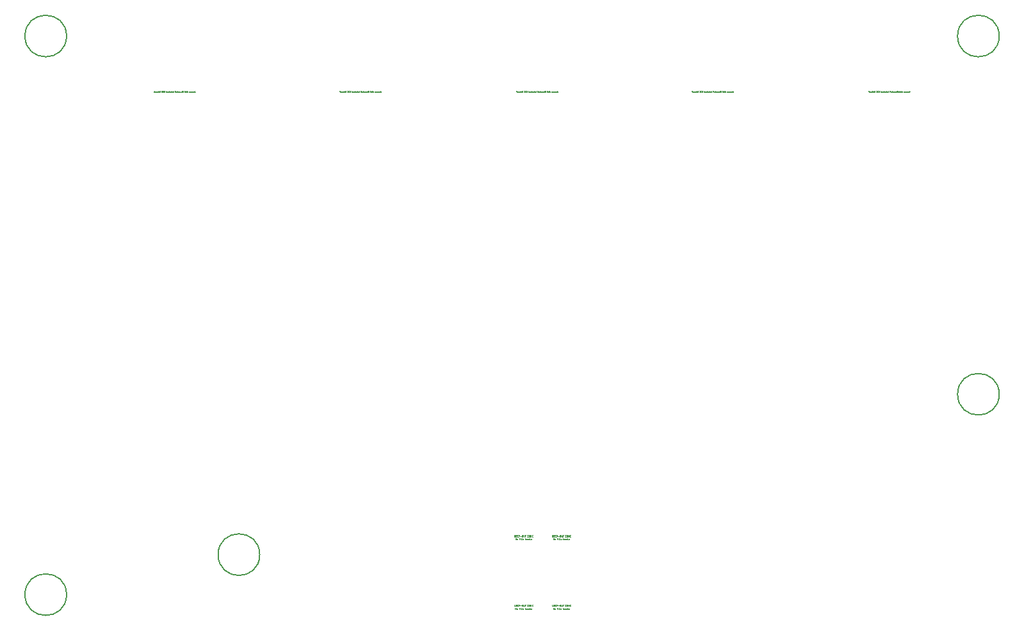
<source format=gbr>
%TF.GenerationSoftware,KiCad,Pcbnew,8.0.4*%
%TF.CreationDate,2024-08-24T14:02:03+02:00*%
%TF.ProjectId,hamodule,68616d6f-6475-46c6-952e-6b696361645f,20240821.23.8*%
%TF.SameCoordinates,Original*%
%TF.FileFunction,Other,Comment*%
%FSLAX46Y46*%
G04 Gerber Fmt 4.6, Leading zero omitted, Abs format (unit mm)*
G04 Created by KiCad (PCBNEW 8.0.4) date 2024-08-24 14:02:03*
%MOMM*%
%LPD*%
G01*
G04 APERTURE LIST*
%ADD10C,0.002000*%
%ADD11C,0.030000*%
%ADD12C,0.150000*%
G04 APERTURE END LIST*
D10*
X42045966Y72089447D02*
X42039918Y72083399D01*
X42039918Y72083399D02*
X42021776Y72077352D01*
X42021776Y72077352D02*
X42009680Y72077352D01*
X42009680Y72077352D02*
X41991537Y72083399D01*
X41991537Y72083399D02*
X41979442Y72095495D01*
X41979442Y72095495D02*
X41973395Y72107590D01*
X41973395Y72107590D02*
X41967347Y72131780D01*
X41967347Y72131780D02*
X41967347Y72149923D01*
X41967347Y72149923D02*
X41973395Y72174114D01*
X41973395Y72174114D02*
X41979442Y72186209D01*
X41979442Y72186209D02*
X41991537Y72198304D01*
X41991537Y72198304D02*
X42009680Y72204352D01*
X42009680Y72204352D02*
X42021776Y72204352D01*
X42021776Y72204352D02*
X42039918Y72198304D01*
X42039918Y72198304D02*
X42045966Y72192257D01*
X42118537Y72077352D02*
X42106442Y72083399D01*
X42106442Y72083399D02*
X42100395Y72089447D01*
X42100395Y72089447D02*
X42094347Y72101542D01*
X42094347Y72101542D02*
X42094347Y72137828D01*
X42094347Y72137828D02*
X42100395Y72149923D01*
X42100395Y72149923D02*
X42106442Y72155971D01*
X42106442Y72155971D02*
X42118537Y72162019D01*
X42118537Y72162019D02*
X42136680Y72162019D01*
X42136680Y72162019D02*
X42148776Y72155971D01*
X42148776Y72155971D02*
X42154823Y72149923D01*
X42154823Y72149923D02*
X42160871Y72137828D01*
X42160871Y72137828D02*
X42160871Y72101542D01*
X42160871Y72101542D02*
X42154823Y72089447D01*
X42154823Y72089447D02*
X42148776Y72083399D01*
X42148776Y72083399D02*
X42136680Y72077352D01*
X42136680Y72077352D02*
X42118537Y72077352D01*
X42215300Y72162019D02*
X42215300Y72035019D01*
X42215300Y72155971D02*
X42227395Y72162019D01*
X42227395Y72162019D02*
X42251585Y72162019D01*
X42251585Y72162019D02*
X42263681Y72155971D01*
X42263681Y72155971D02*
X42269728Y72149923D01*
X42269728Y72149923D02*
X42275776Y72137828D01*
X42275776Y72137828D02*
X42275776Y72101542D01*
X42275776Y72101542D02*
X42269728Y72089447D01*
X42269728Y72089447D02*
X42263681Y72083399D01*
X42263681Y72083399D02*
X42251585Y72077352D01*
X42251585Y72077352D02*
X42227395Y72077352D01*
X42227395Y72077352D02*
X42215300Y72083399D01*
X42318109Y72162019D02*
X42348347Y72077352D01*
X42378586Y72162019D02*
X42348347Y72077352D01*
X42348347Y72077352D02*
X42336252Y72047114D01*
X42336252Y72047114D02*
X42330205Y72041066D01*
X42330205Y72041066D02*
X42318109Y72035019D01*
X42426967Y72077352D02*
X42426967Y72162019D01*
X42426967Y72137828D02*
X42433014Y72149923D01*
X42433014Y72149923D02*
X42439062Y72155971D01*
X42439062Y72155971D02*
X42451157Y72162019D01*
X42451157Y72162019D02*
X42463252Y72162019D01*
X42505586Y72077352D02*
X42505586Y72162019D01*
X42505586Y72204352D02*
X42499538Y72198304D01*
X42499538Y72198304D02*
X42505586Y72192257D01*
X42505586Y72192257D02*
X42511633Y72198304D01*
X42511633Y72198304D02*
X42505586Y72204352D01*
X42505586Y72204352D02*
X42505586Y72192257D01*
X42620490Y72162019D02*
X42620490Y72059209D01*
X42620490Y72059209D02*
X42614443Y72047114D01*
X42614443Y72047114D02*
X42608395Y72041066D01*
X42608395Y72041066D02*
X42596300Y72035019D01*
X42596300Y72035019D02*
X42578157Y72035019D01*
X42578157Y72035019D02*
X42566062Y72041066D01*
X42620490Y72083399D02*
X42608395Y72077352D01*
X42608395Y72077352D02*
X42584204Y72077352D01*
X42584204Y72077352D02*
X42572109Y72083399D01*
X42572109Y72083399D02*
X42566062Y72089447D01*
X42566062Y72089447D02*
X42560014Y72101542D01*
X42560014Y72101542D02*
X42560014Y72137828D01*
X42560014Y72137828D02*
X42566062Y72149923D01*
X42566062Y72149923D02*
X42572109Y72155971D01*
X42572109Y72155971D02*
X42584204Y72162019D01*
X42584204Y72162019D02*
X42608395Y72162019D01*
X42608395Y72162019D02*
X42620490Y72155971D01*
X42680967Y72077352D02*
X42680967Y72204352D01*
X42735395Y72077352D02*
X42735395Y72143876D01*
X42735395Y72143876D02*
X42729348Y72155971D01*
X42729348Y72155971D02*
X42717252Y72162019D01*
X42717252Y72162019D02*
X42699109Y72162019D01*
X42699109Y72162019D02*
X42687014Y72155971D01*
X42687014Y72155971D02*
X42680967Y72149923D01*
X42777729Y72162019D02*
X42826110Y72162019D01*
X42795872Y72204352D02*
X42795872Y72095495D01*
X42795872Y72095495D02*
X42801919Y72083399D01*
X42801919Y72083399D02*
X42814014Y72077352D01*
X42814014Y72077352D02*
X42826110Y72077352D01*
X42959157Y72192257D02*
X42965205Y72198304D01*
X42965205Y72198304D02*
X42977300Y72204352D01*
X42977300Y72204352D02*
X43007538Y72204352D01*
X43007538Y72204352D02*
X43019633Y72198304D01*
X43019633Y72198304D02*
X43025681Y72192257D01*
X43025681Y72192257D02*
X43031728Y72180161D01*
X43031728Y72180161D02*
X43031728Y72168066D01*
X43031728Y72168066D02*
X43025681Y72149923D01*
X43025681Y72149923D02*
X42953109Y72077352D01*
X42953109Y72077352D02*
X43031728Y72077352D01*
X43110347Y72204352D02*
X43122442Y72204352D01*
X43122442Y72204352D02*
X43134538Y72198304D01*
X43134538Y72198304D02*
X43140585Y72192257D01*
X43140585Y72192257D02*
X43146633Y72180161D01*
X43146633Y72180161D02*
X43152680Y72155971D01*
X43152680Y72155971D02*
X43152680Y72125733D01*
X43152680Y72125733D02*
X43146633Y72101542D01*
X43146633Y72101542D02*
X43140585Y72089447D01*
X43140585Y72089447D02*
X43134538Y72083399D01*
X43134538Y72083399D02*
X43122442Y72077352D01*
X43122442Y72077352D02*
X43110347Y72077352D01*
X43110347Y72077352D02*
X43098252Y72083399D01*
X43098252Y72083399D02*
X43092204Y72089447D01*
X43092204Y72089447D02*
X43086157Y72101542D01*
X43086157Y72101542D02*
X43080109Y72125733D01*
X43080109Y72125733D02*
X43080109Y72155971D01*
X43080109Y72155971D02*
X43086157Y72180161D01*
X43086157Y72180161D02*
X43092204Y72192257D01*
X43092204Y72192257D02*
X43098252Y72198304D01*
X43098252Y72198304D02*
X43110347Y72204352D01*
X43201061Y72192257D02*
X43207109Y72198304D01*
X43207109Y72198304D02*
X43219204Y72204352D01*
X43219204Y72204352D02*
X43249442Y72204352D01*
X43249442Y72204352D02*
X43261537Y72198304D01*
X43261537Y72198304D02*
X43267585Y72192257D01*
X43267585Y72192257D02*
X43273632Y72180161D01*
X43273632Y72180161D02*
X43273632Y72168066D01*
X43273632Y72168066D02*
X43267585Y72149923D01*
X43267585Y72149923D02*
X43195013Y72077352D01*
X43195013Y72077352D02*
X43273632Y72077352D01*
X43394584Y72077352D02*
X43322013Y72077352D01*
X43358299Y72077352D02*
X43358299Y72204352D01*
X43358299Y72204352D02*
X43346203Y72186209D01*
X43346203Y72186209D02*
X43334108Y72174114D01*
X43334108Y72174114D02*
X43322013Y72168066D01*
X43539727Y72113638D02*
X43600203Y72113638D01*
X43527632Y72077352D02*
X43569965Y72204352D01*
X43569965Y72204352D02*
X43612298Y72077352D01*
X43709060Y72083399D02*
X43696965Y72077352D01*
X43696965Y72077352D02*
X43672774Y72077352D01*
X43672774Y72077352D02*
X43660679Y72083399D01*
X43660679Y72083399D02*
X43654632Y72089447D01*
X43654632Y72089447D02*
X43648584Y72101542D01*
X43648584Y72101542D02*
X43648584Y72137828D01*
X43648584Y72137828D02*
X43654632Y72149923D01*
X43654632Y72149923D02*
X43660679Y72155971D01*
X43660679Y72155971D02*
X43672774Y72162019D01*
X43672774Y72162019D02*
X43696965Y72162019D01*
X43696965Y72162019D02*
X43709060Y72155971D01*
X43817917Y72083399D02*
X43805822Y72077352D01*
X43805822Y72077352D02*
X43781631Y72077352D01*
X43781631Y72077352D02*
X43769536Y72083399D01*
X43769536Y72083399D02*
X43763489Y72089447D01*
X43763489Y72089447D02*
X43757441Y72101542D01*
X43757441Y72101542D02*
X43757441Y72137828D01*
X43757441Y72137828D02*
X43763489Y72149923D01*
X43763489Y72149923D02*
X43769536Y72155971D01*
X43769536Y72155971D02*
X43781631Y72162019D01*
X43781631Y72162019D02*
X43805822Y72162019D01*
X43805822Y72162019D02*
X43817917Y72155971D01*
X43920727Y72083399D02*
X43908631Y72077352D01*
X43908631Y72077352D02*
X43884441Y72077352D01*
X43884441Y72077352D02*
X43872346Y72083399D01*
X43872346Y72083399D02*
X43866298Y72095495D01*
X43866298Y72095495D02*
X43866298Y72143876D01*
X43866298Y72143876D02*
X43872346Y72155971D01*
X43872346Y72155971D02*
X43884441Y72162019D01*
X43884441Y72162019D02*
X43908631Y72162019D01*
X43908631Y72162019D02*
X43920727Y72155971D01*
X43920727Y72155971D02*
X43926774Y72143876D01*
X43926774Y72143876D02*
X43926774Y72131780D01*
X43926774Y72131780D02*
X43866298Y72119685D01*
X43999345Y72077352D02*
X43987250Y72083399D01*
X43987250Y72083399D02*
X43981203Y72095495D01*
X43981203Y72095495D02*
X43981203Y72204352D01*
X44096108Y72083399D02*
X44084012Y72077352D01*
X44084012Y72077352D02*
X44059822Y72077352D01*
X44059822Y72077352D02*
X44047727Y72083399D01*
X44047727Y72083399D02*
X44041679Y72095495D01*
X44041679Y72095495D02*
X44041679Y72143876D01*
X44041679Y72143876D02*
X44047727Y72155971D01*
X44047727Y72155971D02*
X44059822Y72162019D01*
X44059822Y72162019D02*
X44084012Y72162019D01*
X44084012Y72162019D02*
X44096108Y72155971D01*
X44096108Y72155971D02*
X44102155Y72143876D01*
X44102155Y72143876D02*
X44102155Y72131780D01*
X44102155Y72131780D02*
X44041679Y72119685D01*
X44156584Y72077352D02*
X44156584Y72162019D01*
X44156584Y72137828D02*
X44162631Y72149923D01*
X44162631Y72149923D02*
X44168679Y72155971D01*
X44168679Y72155971D02*
X44180774Y72162019D01*
X44180774Y72162019D02*
X44192869Y72162019D01*
X44289631Y72077352D02*
X44289631Y72143876D01*
X44289631Y72143876D02*
X44283584Y72155971D01*
X44283584Y72155971D02*
X44271488Y72162019D01*
X44271488Y72162019D02*
X44247298Y72162019D01*
X44247298Y72162019D02*
X44235203Y72155971D01*
X44289631Y72083399D02*
X44277536Y72077352D01*
X44277536Y72077352D02*
X44247298Y72077352D01*
X44247298Y72077352D02*
X44235203Y72083399D01*
X44235203Y72083399D02*
X44229155Y72095495D01*
X44229155Y72095495D02*
X44229155Y72107590D01*
X44229155Y72107590D02*
X44235203Y72119685D01*
X44235203Y72119685D02*
X44247298Y72125733D01*
X44247298Y72125733D02*
X44277536Y72125733D01*
X44277536Y72125733D02*
X44289631Y72131780D01*
X44331965Y72162019D02*
X44380346Y72162019D01*
X44350108Y72204352D02*
X44350108Y72095495D01*
X44350108Y72095495D02*
X44356155Y72083399D01*
X44356155Y72083399D02*
X44368250Y72077352D01*
X44368250Y72077352D02*
X44380346Y72077352D01*
X44471060Y72083399D02*
X44458964Y72077352D01*
X44458964Y72077352D02*
X44434774Y72077352D01*
X44434774Y72077352D02*
X44422679Y72083399D01*
X44422679Y72083399D02*
X44416631Y72095495D01*
X44416631Y72095495D02*
X44416631Y72143876D01*
X44416631Y72143876D02*
X44422679Y72155971D01*
X44422679Y72155971D02*
X44434774Y72162019D01*
X44434774Y72162019D02*
X44458964Y72162019D01*
X44458964Y72162019D02*
X44471060Y72155971D01*
X44471060Y72155971D02*
X44477107Y72143876D01*
X44477107Y72143876D02*
X44477107Y72131780D01*
X44477107Y72131780D02*
X44416631Y72119685D01*
X44585964Y72077352D02*
X44585964Y72204352D01*
X44585964Y72083399D02*
X44573869Y72077352D01*
X44573869Y72077352D02*
X44549678Y72077352D01*
X44549678Y72077352D02*
X44537583Y72083399D01*
X44537583Y72083399D02*
X44531536Y72089447D01*
X44531536Y72089447D02*
X44525488Y72101542D01*
X44525488Y72101542D02*
X44525488Y72137828D01*
X44525488Y72137828D02*
X44531536Y72149923D01*
X44531536Y72149923D02*
X44537583Y72155971D01*
X44537583Y72155971D02*
X44549678Y72162019D01*
X44549678Y72162019D02*
X44573869Y72162019D01*
X44573869Y72162019D02*
X44585964Y72155971D01*
X44743203Y72077352D02*
X44743203Y72204352D01*
X44743203Y72204352D02*
X44773441Y72204352D01*
X44773441Y72204352D02*
X44791584Y72198304D01*
X44791584Y72198304D02*
X44803679Y72186209D01*
X44803679Y72186209D02*
X44809726Y72174114D01*
X44809726Y72174114D02*
X44815774Y72149923D01*
X44815774Y72149923D02*
X44815774Y72131780D01*
X44815774Y72131780D02*
X44809726Y72107590D01*
X44809726Y72107590D02*
X44803679Y72095495D01*
X44803679Y72095495D02*
X44791584Y72083399D01*
X44791584Y72083399D02*
X44773441Y72077352D01*
X44773441Y72077352D02*
X44743203Y72077352D01*
X44918584Y72083399D02*
X44906488Y72077352D01*
X44906488Y72077352D02*
X44882298Y72077352D01*
X44882298Y72077352D02*
X44870203Y72083399D01*
X44870203Y72083399D02*
X44864155Y72095495D01*
X44864155Y72095495D02*
X44864155Y72143876D01*
X44864155Y72143876D02*
X44870203Y72155971D01*
X44870203Y72155971D02*
X44882298Y72162019D01*
X44882298Y72162019D02*
X44906488Y72162019D01*
X44906488Y72162019D02*
X44918584Y72155971D01*
X44918584Y72155971D02*
X44924631Y72143876D01*
X44924631Y72143876D02*
X44924631Y72131780D01*
X44924631Y72131780D02*
X44864155Y72119685D01*
X44973012Y72083399D02*
X44985107Y72077352D01*
X44985107Y72077352D02*
X45009298Y72077352D01*
X45009298Y72077352D02*
X45021393Y72083399D01*
X45021393Y72083399D02*
X45027441Y72095495D01*
X45027441Y72095495D02*
X45027441Y72101542D01*
X45027441Y72101542D02*
X45021393Y72113638D01*
X45021393Y72113638D02*
X45009298Y72119685D01*
X45009298Y72119685D02*
X44991155Y72119685D01*
X44991155Y72119685D02*
X44979060Y72125733D01*
X44979060Y72125733D02*
X44973012Y72137828D01*
X44973012Y72137828D02*
X44973012Y72143876D01*
X44973012Y72143876D02*
X44979060Y72155971D01*
X44979060Y72155971D02*
X44991155Y72162019D01*
X44991155Y72162019D02*
X45009298Y72162019D01*
X45009298Y72162019D02*
X45021393Y72155971D01*
X45081870Y72077352D02*
X45081870Y72162019D01*
X45081870Y72204352D02*
X45075822Y72198304D01*
X45075822Y72198304D02*
X45081870Y72192257D01*
X45081870Y72192257D02*
X45087917Y72198304D01*
X45087917Y72198304D02*
X45081870Y72204352D01*
X45081870Y72204352D02*
X45081870Y72192257D01*
X45196774Y72162019D02*
X45196774Y72059209D01*
X45196774Y72059209D02*
X45190727Y72047114D01*
X45190727Y72047114D02*
X45184679Y72041066D01*
X45184679Y72041066D02*
X45172584Y72035019D01*
X45172584Y72035019D02*
X45154441Y72035019D01*
X45154441Y72035019D02*
X45142346Y72041066D01*
X45196774Y72083399D02*
X45184679Y72077352D01*
X45184679Y72077352D02*
X45160488Y72077352D01*
X45160488Y72077352D02*
X45148393Y72083399D01*
X45148393Y72083399D02*
X45142346Y72089447D01*
X45142346Y72089447D02*
X45136298Y72101542D01*
X45136298Y72101542D02*
X45136298Y72137828D01*
X45136298Y72137828D02*
X45142346Y72149923D01*
X45142346Y72149923D02*
X45148393Y72155971D01*
X45148393Y72155971D02*
X45160488Y72162019D01*
X45160488Y72162019D02*
X45184679Y72162019D01*
X45184679Y72162019D02*
X45196774Y72155971D01*
X45257251Y72162019D02*
X45257251Y72077352D01*
X45257251Y72149923D02*
X45263298Y72155971D01*
X45263298Y72155971D02*
X45275393Y72162019D01*
X45275393Y72162019D02*
X45293536Y72162019D01*
X45293536Y72162019D02*
X45305632Y72155971D01*
X45305632Y72155971D02*
X45311679Y72143876D01*
X45311679Y72143876D02*
X45311679Y72077352D01*
X45366108Y72083399D02*
X45378203Y72077352D01*
X45378203Y72077352D02*
X45402394Y72077352D01*
X45402394Y72077352D02*
X45414489Y72083399D01*
X45414489Y72083399D02*
X45420537Y72095495D01*
X45420537Y72095495D02*
X45420537Y72101542D01*
X45420537Y72101542D02*
X45414489Y72113638D01*
X45414489Y72113638D02*
X45402394Y72119685D01*
X45402394Y72119685D02*
X45384251Y72119685D01*
X45384251Y72119685D02*
X45372156Y72125733D01*
X45372156Y72125733D02*
X45366108Y72137828D01*
X45366108Y72137828D02*
X45366108Y72143876D01*
X45366108Y72143876D02*
X45372156Y72155971D01*
X45372156Y72155971D02*
X45384251Y72162019D01*
X45384251Y72162019D02*
X45402394Y72162019D01*
X45402394Y72162019D02*
X45414489Y72155971D01*
X45474966Y72089447D02*
X45481013Y72083399D01*
X45481013Y72083399D02*
X45474966Y72077352D01*
X45474966Y72077352D02*
X45468918Y72083399D01*
X45468918Y72083399D02*
X45474966Y72089447D01*
X45474966Y72089447D02*
X45474966Y72077352D01*
X45626156Y72113638D02*
X45686632Y72113638D01*
X45614061Y72077352D02*
X45656394Y72204352D01*
X45656394Y72204352D02*
X45698727Y72077352D01*
X45759203Y72077352D02*
X45747108Y72083399D01*
X45747108Y72083399D02*
X45741061Y72095495D01*
X45741061Y72095495D02*
X45741061Y72204352D01*
X45825727Y72077352D02*
X45813632Y72083399D01*
X45813632Y72083399D02*
X45807585Y72095495D01*
X45807585Y72095495D02*
X45807585Y72204352D01*
X45970871Y72077352D02*
X45970871Y72162019D01*
X45970871Y72137828D02*
X45976918Y72149923D01*
X45976918Y72149923D02*
X45982966Y72155971D01*
X45982966Y72155971D02*
X45995061Y72162019D01*
X45995061Y72162019D02*
X46007156Y72162019D01*
X46049490Y72077352D02*
X46049490Y72162019D01*
X46049490Y72204352D02*
X46043442Y72198304D01*
X46043442Y72198304D02*
X46049490Y72192257D01*
X46049490Y72192257D02*
X46055537Y72198304D01*
X46055537Y72198304D02*
X46049490Y72204352D01*
X46049490Y72204352D02*
X46049490Y72192257D01*
X46164394Y72162019D02*
X46164394Y72059209D01*
X46164394Y72059209D02*
X46158347Y72047114D01*
X46158347Y72047114D02*
X46152299Y72041066D01*
X46152299Y72041066D02*
X46140204Y72035019D01*
X46140204Y72035019D02*
X46122061Y72035019D01*
X46122061Y72035019D02*
X46109966Y72041066D01*
X46164394Y72083399D02*
X46152299Y72077352D01*
X46152299Y72077352D02*
X46128108Y72077352D01*
X46128108Y72077352D02*
X46116013Y72083399D01*
X46116013Y72083399D02*
X46109966Y72089447D01*
X46109966Y72089447D02*
X46103918Y72101542D01*
X46103918Y72101542D02*
X46103918Y72137828D01*
X46103918Y72137828D02*
X46109966Y72149923D01*
X46109966Y72149923D02*
X46116013Y72155971D01*
X46116013Y72155971D02*
X46128108Y72162019D01*
X46128108Y72162019D02*
X46152299Y72162019D01*
X46152299Y72162019D02*
X46164394Y72155971D01*
X46224871Y72077352D02*
X46224871Y72204352D01*
X46279299Y72077352D02*
X46279299Y72143876D01*
X46279299Y72143876D02*
X46273252Y72155971D01*
X46273252Y72155971D02*
X46261156Y72162019D01*
X46261156Y72162019D02*
X46243013Y72162019D01*
X46243013Y72162019D02*
X46230918Y72155971D01*
X46230918Y72155971D02*
X46224871Y72149923D01*
X46321633Y72162019D02*
X46370014Y72162019D01*
X46339776Y72204352D02*
X46339776Y72095495D01*
X46339776Y72095495D02*
X46345823Y72083399D01*
X46345823Y72083399D02*
X46357918Y72077352D01*
X46357918Y72077352D02*
X46370014Y72077352D01*
X46406299Y72083399D02*
X46418394Y72077352D01*
X46418394Y72077352D02*
X46442585Y72077352D01*
X46442585Y72077352D02*
X46454680Y72083399D01*
X46454680Y72083399D02*
X46460728Y72095495D01*
X46460728Y72095495D02*
X46460728Y72101542D01*
X46460728Y72101542D02*
X46454680Y72113638D01*
X46454680Y72113638D02*
X46442585Y72119685D01*
X46442585Y72119685D02*
X46424442Y72119685D01*
X46424442Y72119685D02*
X46412347Y72125733D01*
X46412347Y72125733D02*
X46406299Y72137828D01*
X46406299Y72137828D02*
X46406299Y72143876D01*
X46406299Y72143876D02*
X46412347Y72155971D01*
X46412347Y72155971D02*
X46424442Y72162019D01*
X46424442Y72162019D02*
X46442585Y72162019D01*
X46442585Y72162019D02*
X46454680Y72155971D01*
X46611919Y72077352D02*
X46611919Y72162019D01*
X46611919Y72137828D02*
X46617966Y72149923D01*
X46617966Y72149923D02*
X46624014Y72155971D01*
X46624014Y72155971D02*
X46636109Y72162019D01*
X46636109Y72162019D02*
X46648204Y72162019D01*
X46738919Y72083399D02*
X46726823Y72077352D01*
X46726823Y72077352D02*
X46702633Y72077352D01*
X46702633Y72077352D02*
X46690538Y72083399D01*
X46690538Y72083399D02*
X46684490Y72095495D01*
X46684490Y72095495D02*
X46684490Y72143876D01*
X46684490Y72143876D02*
X46690538Y72155971D01*
X46690538Y72155971D02*
X46702633Y72162019D01*
X46702633Y72162019D02*
X46726823Y72162019D01*
X46726823Y72162019D02*
X46738919Y72155971D01*
X46738919Y72155971D02*
X46744966Y72143876D01*
X46744966Y72143876D02*
X46744966Y72131780D01*
X46744966Y72131780D02*
X46684490Y72119685D01*
X46793347Y72083399D02*
X46805442Y72077352D01*
X46805442Y72077352D02*
X46829633Y72077352D01*
X46829633Y72077352D02*
X46841728Y72083399D01*
X46841728Y72083399D02*
X46847776Y72095495D01*
X46847776Y72095495D02*
X46847776Y72101542D01*
X46847776Y72101542D02*
X46841728Y72113638D01*
X46841728Y72113638D02*
X46829633Y72119685D01*
X46829633Y72119685D02*
X46811490Y72119685D01*
X46811490Y72119685D02*
X46799395Y72125733D01*
X46799395Y72125733D02*
X46793347Y72137828D01*
X46793347Y72137828D02*
X46793347Y72143876D01*
X46793347Y72143876D02*
X46799395Y72155971D01*
X46799395Y72155971D02*
X46811490Y72162019D01*
X46811490Y72162019D02*
X46829633Y72162019D01*
X46829633Y72162019D02*
X46841728Y72155971D01*
X46950586Y72083399D02*
X46938490Y72077352D01*
X46938490Y72077352D02*
X46914300Y72077352D01*
X46914300Y72077352D02*
X46902205Y72083399D01*
X46902205Y72083399D02*
X46896157Y72095495D01*
X46896157Y72095495D02*
X46896157Y72143876D01*
X46896157Y72143876D02*
X46902205Y72155971D01*
X46902205Y72155971D02*
X46914300Y72162019D01*
X46914300Y72162019D02*
X46938490Y72162019D01*
X46938490Y72162019D02*
X46950586Y72155971D01*
X46950586Y72155971D02*
X46956633Y72143876D01*
X46956633Y72143876D02*
X46956633Y72131780D01*
X46956633Y72131780D02*
X46896157Y72119685D01*
X47011062Y72077352D02*
X47011062Y72162019D01*
X47011062Y72137828D02*
X47017109Y72149923D01*
X47017109Y72149923D02*
X47023157Y72155971D01*
X47023157Y72155971D02*
X47035252Y72162019D01*
X47035252Y72162019D02*
X47047347Y72162019D01*
X47077585Y72162019D02*
X47107823Y72077352D01*
X47107823Y72077352D02*
X47138062Y72162019D01*
X47234824Y72083399D02*
X47222728Y72077352D01*
X47222728Y72077352D02*
X47198538Y72077352D01*
X47198538Y72077352D02*
X47186443Y72083399D01*
X47186443Y72083399D02*
X47180395Y72095495D01*
X47180395Y72095495D02*
X47180395Y72143876D01*
X47180395Y72143876D02*
X47186443Y72155971D01*
X47186443Y72155971D02*
X47198538Y72162019D01*
X47198538Y72162019D02*
X47222728Y72162019D01*
X47222728Y72162019D02*
X47234824Y72155971D01*
X47234824Y72155971D02*
X47240871Y72143876D01*
X47240871Y72143876D02*
X47240871Y72131780D01*
X47240871Y72131780D02*
X47180395Y72119685D01*
X47349728Y72077352D02*
X47349728Y72204352D01*
X47349728Y72083399D02*
X47337633Y72077352D01*
X47337633Y72077352D02*
X47313442Y72077352D01*
X47313442Y72077352D02*
X47301347Y72083399D01*
X47301347Y72083399D02*
X47295300Y72089447D01*
X47295300Y72089447D02*
X47289252Y72101542D01*
X47289252Y72101542D02*
X47289252Y72137828D01*
X47289252Y72137828D02*
X47295300Y72149923D01*
X47295300Y72149923D02*
X47301347Y72155971D01*
X47301347Y72155971D02*
X47313442Y72162019D01*
X47313442Y72162019D02*
X47337633Y72162019D01*
X47337633Y72162019D02*
X47349728Y72155971D01*
X47410205Y72089447D02*
X47416252Y72083399D01*
X47416252Y72083399D02*
X47410205Y72077352D01*
X47410205Y72077352D02*
X47404157Y72083399D01*
X47404157Y72083399D02*
X47410205Y72089447D01*
X47410205Y72089447D02*
X47410205Y72077352D01*
X17498166Y72065848D02*
X17492118Y72059800D01*
X17492118Y72059800D02*
X17473976Y72053753D01*
X17473976Y72053753D02*
X17461880Y72053753D01*
X17461880Y72053753D02*
X17443737Y72059800D01*
X17443737Y72059800D02*
X17431642Y72071896D01*
X17431642Y72071896D02*
X17425595Y72083991D01*
X17425595Y72083991D02*
X17419547Y72108181D01*
X17419547Y72108181D02*
X17419547Y72126324D01*
X17419547Y72126324D02*
X17425595Y72150515D01*
X17425595Y72150515D02*
X17431642Y72162610D01*
X17431642Y72162610D02*
X17443737Y72174705D01*
X17443737Y72174705D02*
X17461880Y72180753D01*
X17461880Y72180753D02*
X17473976Y72180753D01*
X17473976Y72180753D02*
X17492118Y72174705D01*
X17492118Y72174705D02*
X17498166Y72168658D01*
X17570737Y72053753D02*
X17558642Y72059800D01*
X17558642Y72059800D02*
X17552595Y72065848D01*
X17552595Y72065848D02*
X17546547Y72077943D01*
X17546547Y72077943D02*
X17546547Y72114229D01*
X17546547Y72114229D02*
X17552595Y72126324D01*
X17552595Y72126324D02*
X17558642Y72132372D01*
X17558642Y72132372D02*
X17570737Y72138420D01*
X17570737Y72138420D02*
X17588880Y72138420D01*
X17588880Y72138420D02*
X17600976Y72132372D01*
X17600976Y72132372D02*
X17607023Y72126324D01*
X17607023Y72126324D02*
X17613071Y72114229D01*
X17613071Y72114229D02*
X17613071Y72077943D01*
X17613071Y72077943D02*
X17607023Y72065848D01*
X17607023Y72065848D02*
X17600976Y72059800D01*
X17600976Y72059800D02*
X17588880Y72053753D01*
X17588880Y72053753D02*
X17570737Y72053753D01*
X17667500Y72138420D02*
X17667500Y72011420D01*
X17667500Y72132372D02*
X17679595Y72138420D01*
X17679595Y72138420D02*
X17703785Y72138420D01*
X17703785Y72138420D02*
X17715881Y72132372D01*
X17715881Y72132372D02*
X17721928Y72126324D01*
X17721928Y72126324D02*
X17727976Y72114229D01*
X17727976Y72114229D02*
X17727976Y72077943D01*
X17727976Y72077943D02*
X17721928Y72065848D01*
X17721928Y72065848D02*
X17715881Y72059800D01*
X17715881Y72059800D02*
X17703785Y72053753D01*
X17703785Y72053753D02*
X17679595Y72053753D01*
X17679595Y72053753D02*
X17667500Y72059800D01*
X17770309Y72138420D02*
X17800547Y72053753D01*
X17830786Y72138420D02*
X17800547Y72053753D01*
X17800547Y72053753D02*
X17788452Y72023515D01*
X17788452Y72023515D02*
X17782405Y72017467D01*
X17782405Y72017467D02*
X17770309Y72011420D01*
X17879167Y72053753D02*
X17879167Y72138420D01*
X17879167Y72114229D02*
X17885214Y72126324D01*
X17885214Y72126324D02*
X17891262Y72132372D01*
X17891262Y72132372D02*
X17903357Y72138420D01*
X17903357Y72138420D02*
X17915452Y72138420D01*
X17957786Y72053753D02*
X17957786Y72138420D01*
X17957786Y72180753D02*
X17951738Y72174705D01*
X17951738Y72174705D02*
X17957786Y72168658D01*
X17957786Y72168658D02*
X17963833Y72174705D01*
X17963833Y72174705D02*
X17957786Y72180753D01*
X17957786Y72180753D02*
X17957786Y72168658D01*
X18072690Y72138420D02*
X18072690Y72035610D01*
X18072690Y72035610D02*
X18066643Y72023515D01*
X18066643Y72023515D02*
X18060595Y72017467D01*
X18060595Y72017467D02*
X18048500Y72011420D01*
X18048500Y72011420D02*
X18030357Y72011420D01*
X18030357Y72011420D02*
X18018262Y72017467D01*
X18072690Y72059800D02*
X18060595Y72053753D01*
X18060595Y72053753D02*
X18036404Y72053753D01*
X18036404Y72053753D02*
X18024309Y72059800D01*
X18024309Y72059800D02*
X18018262Y72065848D01*
X18018262Y72065848D02*
X18012214Y72077943D01*
X18012214Y72077943D02*
X18012214Y72114229D01*
X18012214Y72114229D02*
X18018262Y72126324D01*
X18018262Y72126324D02*
X18024309Y72132372D01*
X18024309Y72132372D02*
X18036404Y72138420D01*
X18036404Y72138420D02*
X18060595Y72138420D01*
X18060595Y72138420D02*
X18072690Y72132372D01*
X18133167Y72053753D02*
X18133167Y72180753D01*
X18187595Y72053753D02*
X18187595Y72120277D01*
X18187595Y72120277D02*
X18181548Y72132372D01*
X18181548Y72132372D02*
X18169452Y72138420D01*
X18169452Y72138420D02*
X18151309Y72138420D01*
X18151309Y72138420D02*
X18139214Y72132372D01*
X18139214Y72132372D02*
X18133167Y72126324D01*
X18229929Y72138420D02*
X18278310Y72138420D01*
X18248072Y72180753D02*
X18248072Y72071896D01*
X18248072Y72071896D02*
X18254119Y72059800D01*
X18254119Y72059800D02*
X18266214Y72053753D01*
X18266214Y72053753D02*
X18278310Y72053753D01*
X18411357Y72168658D02*
X18417405Y72174705D01*
X18417405Y72174705D02*
X18429500Y72180753D01*
X18429500Y72180753D02*
X18459738Y72180753D01*
X18459738Y72180753D02*
X18471833Y72174705D01*
X18471833Y72174705D02*
X18477881Y72168658D01*
X18477881Y72168658D02*
X18483928Y72156562D01*
X18483928Y72156562D02*
X18483928Y72144467D01*
X18483928Y72144467D02*
X18477881Y72126324D01*
X18477881Y72126324D02*
X18405309Y72053753D01*
X18405309Y72053753D02*
X18483928Y72053753D01*
X18562547Y72180753D02*
X18574642Y72180753D01*
X18574642Y72180753D02*
X18586738Y72174705D01*
X18586738Y72174705D02*
X18592785Y72168658D01*
X18592785Y72168658D02*
X18598833Y72156562D01*
X18598833Y72156562D02*
X18604880Y72132372D01*
X18604880Y72132372D02*
X18604880Y72102134D01*
X18604880Y72102134D02*
X18598833Y72077943D01*
X18598833Y72077943D02*
X18592785Y72065848D01*
X18592785Y72065848D02*
X18586738Y72059800D01*
X18586738Y72059800D02*
X18574642Y72053753D01*
X18574642Y72053753D02*
X18562547Y72053753D01*
X18562547Y72053753D02*
X18550452Y72059800D01*
X18550452Y72059800D02*
X18544404Y72065848D01*
X18544404Y72065848D02*
X18538357Y72077943D01*
X18538357Y72077943D02*
X18532309Y72102134D01*
X18532309Y72102134D02*
X18532309Y72132372D01*
X18532309Y72132372D02*
X18538357Y72156562D01*
X18538357Y72156562D02*
X18544404Y72168658D01*
X18544404Y72168658D02*
X18550452Y72174705D01*
X18550452Y72174705D02*
X18562547Y72180753D01*
X18653261Y72168658D02*
X18659309Y72174705D01*
X18659309Y72174705D02*
X18671404Y72180753D01*
X18671404Y72180753D02*
X18701642Y72180753D01*
X18701642Y72180753D02*
X18713737Y72174705D01*
X18713737Y72174705D02*
X18719785Y72168658D01*
X18719785Y72168658D02*
X18725832Y72156562D01*
X18725832Y72156562D02*
X18725832Y72144467D01*
X18725832Y72144467D02*
X18719785Y72126324D01*
X18719785Y72126324D02*
X18647213Y72053753D01*
X18647213Y72053753D02*
X18725832Y72053753D01*
X18846784Y72053753D02*
X18774213Y72053753D01*
X18810499Y72053753D02*
X18810499Y72180753D01*
X18810499Y72180753D02*
X18798403Y72162610D01*
X18798403Y72162610D02*
X18786308Y72150515D01*
X18786308Y72150515D02*
X18774213Y72144467D01*
X18991927Y72090039D02*
X19052403Y72090039D01*
X18979832Y72053753D02*
X19022165Y72180753D01*
X19022165Y72180753D02*
X19064498Y72053753D01*
X19161260Y72059800D02*
X19149165Y72053753D01*
X19149165Y72053753D02*
X19124974Y72053753D01*
X19124974Y72053753D02*
X19112879Y72059800D01*
X19112879Y72059800D02*
X19106832Y72065848D01*
X19106832Y72065848D02*
X19100784Y72077943D01*
X19100784Y72077943D02*
X19100784Y72114229D01*
X19100784Y72114229D02*
X19106832Y72126324D01*
X19106832Y72126324D02*
X19112879Y72132372D01*
X19112879Y72132372D02*
X19124974Y72138420D01*
X19124974Y72138420D02*
X19149165Y72138420D01*
X19149165Y72138420D02*
X19161260Y72132372D01*
X19270117Y72059800D02*
X19258022Y72053753D01*
X19258022Y72053753D02*
X19233831Y72053753D01*
X19233831Y72053753D02*
X19221736Y72059800D01*
X19221736Y72059800D02*
X19215689Y72065848D01*
X19215689Y72065848D02*
X19209641Y72077943D01*
X19209641Y72077943D02*
X19209641Y72114229D01*
X19209641Y72114229D02*
X19215689Y72126324D01*
X19215689Y72126324D02*
X19221736Y72132372D01*
X19221736Y72132372D02*
X19233831Y72138420D01*
X19233831Y72138420D02*
X19258022Y72138420D01*
X19258022Y72138420D02*
X19270117Y72132372D01*
X19372927Y72059800D02*
X19360831Y72053753D01*
X19360831Y72053753D02*
X19336641Y72053753D01*
X19336641Y72053753D02*
X19324546Y72059800D01*
X19324546Y72059800D02*
X19318498Y72071896D01*
X19318498Y72071896D02*
X19318498Y72120277D01*
X19318498Y72120277D02*
X19324546Y72132372D01*
X19324546Y72132372D02*
X19336641Y72138420D01*
X19336641Y72138420D02*
X19360831Y72138420D01*
X19360831Y72138420D02*
X19372927Y72132372D01*
X19372927Y72132372D02*
X19378974Y72120277D01*
X19378974Y72120277D02*
X19378974Y72108181D01*
X19378974Y72108181D02*
X19318498Y72096086D01*
X19451545Y72053753D02*
X19439450Y72059800D01*
X19439450Y72059800D02*
X19433403Y72071896D01*
X19433403Y72071896D02*
X19433403Y72180753D01*
X19548308Y72059800D02*
X19536212Y72053753D01*
X19536212Y72053753D02*
X19512022Y72053753D01*
X19512022Y72053753D02*
X19499927Y72059800D01*
X19499927Y72059800D02*
X19493879Y72071896D01*
X19493879Y72071896D02*
X19493879Y72120277D01*
X19493879Y72120277D02*
X19499927Y72132372D01*
X19499927Y72132372D02*
X19512022Y72138420D01*
X19512022Y72138420D02*
X19536212Y72138420D01*
X19536212Y72138420D02*
X19548308Y72132372D01*
X19548308Y72132372D02*
X19554355Y72120277D01*
X19554355Y72120277D02*
X19554355Y72108181D01*
X19554355Y72108181D02*
X19493879Y72096086D01*
X19608784Y72053753D02*
X19608784Y72138420D01*
X19608784Y72114229D02*
X19614831Y72126324D01*
X19614831Y72126324D02*
X19620879Y72132372D01*
X19620879Y72132372D02*
X19632974Y72138420D01*
X19632974Y72138420D02*
X19645069Y72138420D01*
X19741831Y72053753D02*
X19741831Y72120277D01*
X19741831Y72120277D02*
X19735784Y72132372D01*
X19735784Y72132372D02*
X19723688Y72138420D01*
X19723688Y72138420D02*
X19699498Y72138420D01*
X19699498Y72138420D02*
X19687403Y72132372D01*
X19741831Y72059800D02*
X19729736Y72053753D01*
X19729736Y72053753D02*
X19699498Y72053753D01*
X19699498Y72053753D02*
X19687403Y72059800D01*
X19687403Y72059800D02*
X19681355Y72071896D01*
X19681355Y72071896D02*
X19681355Y72083991D01*
X19681355Y72083991D02*
X19687403Y72096086D01*
X19687403Y72096086D02*
X19699498Y72102134D01*
X19699498Y72102134D02*
X19729736Y72102134D01*
X19729736Y72102134D02*
X19741831Y72108181D01*
X19784165Y72138420D02*
X19832546Y72138420D01*
X19802308Y72180753D02*
X19802308Y72071896D01*
X19802308Y72071896D02*
X19808355Y72059800D01*
X19808355Y72059800D02*
X19820450Y72053753D01*
X19820450Y72053753D02*
X19832546Y72053753D01*
X19923260Y72059800D02*
X19911164Y72053753D01*
X19911164Y72053753D02*
X19886974Y72053753D01*
X19886974Y72053753D02*
X19874879Y72059800D01*
X19874879Y72059800D02*
X19868831Y72071896D01*
X19868831Y72071896D02*
X19868831Y72120277D01*
X19868831Y72120277D02*
X19874879Y72132372D01*
X19874879Y72132372D02*
X19886974Y72138420D01*
X19886974Y72138420D02*
X19911164Y72138420D01*
X19911164Y72138420D02*
X19923260Y72132372D01*
X19923260Y72132372D02*
X19929307Y72120277D01*
X19929307Y72120277D02*
X19929307Y72108181D01*
X19929307Y72108181D02*
X19868831Y72096086D01*
X20038164Y72053753D02*
X20038164Y72180753D01*
X20038164Y72059800D02*
X20026069Y72053753D01*
X20026069Y72053753D02*
X20001878Y72053753D01*
X20001878Y72053753D02*
X19989783Y72059800D01*
X19989783Y72059800D02*
X19983736Y72065848D01*
X19983736Y72065848D02*
X19977688Y72077943D01*
X19977688Y72077943D02*
X19977688Y72114229D01*
X19977688Y72114229D02*
X19983736Y72126324D01*
X19983736Y72126324D02*
X19989783Y72132372D01*
X19989783Y72132372D02*
X20001878Y72138420D01*
X20001878Y72138420D02*
X20026069Y72138420D01*
X20026069Y72138420D02*
X20038164Y72132372D01*
X20195403Y72053753D02*
X20195403Y72180753D01*
X20195403Y72180753D02*
X20225641Y72180753D01*
X20225641Y72180753D02*
X20243784Y72174705D01*
X20243784Y72174705D02*
X20255879Y72162610D01*
X20255879Y72162610D02*
X20261926Y72150515D01*
X20261926Y72150515D02*
X20267974Y72126324D01*
X20267974Y72126324D02*
X20267974Y72108181D01*
X20267974Y72108181D02*
X20261926Y72083991D01*
X20261926Y72083991D02*
X20255879Y72071896D01*
X20255879Y72071896D02*
X20243784Y72059800D01*
X20243784Y72059800D02*
X20225641Y72053753D01*
X20225641Y72053753D02*
X20195403Y72053753D01*
X20370784Y72059800D02*
X20358688Y72053753D01*
X20358688Y72053753D02*
X20334498Y72053753D01*
X20334498Y72053753D02*
X20322403Y72059800D01*
X20322403Y72059800D02*
X20316355Y72071896D01*
X20316355Y72071896D02*
X20316355Y72120277D01*
X20316355Y72120277D02*
X20322403Y72132372D01*
X20322403Y72132372D02*
X20334498Y72138420D01*
X20334498Y72138420D02*
X20358688Y72138420D01*
X20358688Y72138420D02*
X20370784Y72132372D01*
X20370784Y72132372D02*
X20376831Y72120277D01*
X20376831Y72120277D02*
X20376831Y72108181D01*
X20376831Y72108181D02*
X20316355Y72096086D01*
X20425212Y72059800D02*
X20437307Y72053753D01*
X20437307Y72053753D02*
X20461498Y72053753D01*
X20461498Y72053753D02*
X20473593Y72059800D01*
X20473593Y72059800D02*
X20479641Y72071896D01*
X20479641Y72071896D02*
X20479641Y72077943D01*
X20479641Y72077943D02*
X20473593Y72090039D01*
X20473593Y72090039D02*
X20461498Y72096086D01*
X20461498Y72096086D02*
X20443355Y72096086D01*
X20443355Y72096086D02*
X20431260Y72102134D01*
X20431260Y72102134D02*
X20425212Y72114229D01*
X20425212Y72114229D02*
X20425212Y72120277D01*
X20425212Y72120277D02*
X20431260Y72132372D01*
X20431260Y72132372D02*
X20443355Y72138420D01*
X20443355Y72138420D02*
X20461498Y72138420D01*
X20461498Y72138420D02*
X20473593Y72132372D01*
X20534070Y72053753D02*
X20534070Y72138420D01*
X20534070Y72180753D02*
X20528022Y72174705D01*
X20528022Y72174705D02*
X20534070Y72168658D01*
X20534070Y72168658D02*
X20540117Y72174705D01*
X20540117Y72174705D02*
X20534070Y72180753D01*
X20534070Y72180753D02*
X20534070Y72168658D01*
X20648974Y72138420D02*
X20648974Y72035610D01*
X20648974Y72035610D02*
X20642927Y72023515D01*
X20642927Y72023515D02*
X20636879Y72017467D01*
X20636879Y72017467D02*
X20624784Y72011420D01*
X20624784Y72011420D02*
X20606641Y72011420D01*
X20606641Y72011420D02*
X20594546Y72017467D01*
X20648974Y72059800D02*
X20636879Y72053753D01*
X20636879Y72053753D02*
X20612688Y72053753D01*
X20612688Y72053753D02*
X20600593Y72059800D01*
X20600593Y72059800D02*
X20594546Y72065848D01*
X20594546Y72065848D02*
X20588498Y72077943D01*
X20588498Y72077943D02*
X20588498Y72114229D01*
X20588498Y72114229D02*
X20594546Y72126324D01*
X20594546Y72126324D02*
X20600593Y72132372D01*
X20600593Y72132372D02*
X20612688Y72138420D01*
X20612688Y72138420D02*
X20636879Y72138420D01*
X20636879Y72138420D02*
X20648974Y72132372D01*
X20709451Y72138420D02*
X20709451Y72053753D01*
X20709451Y72126324D02*
X20715498Y72132372D01*
X20715498Y72132372D02*
X20727593Y72138420D01*
X20727593Y72138420D02*
X20745736Y72138420D01*
X20745736Y72138420D02*
X20757832Y72132372D01*
X20757832Y72132372D02*
X20763879Y72120277D01*
X20763879Y72120277D02*
X20763879Y72053753D01*
X20818308Y72059800D02*
X20830403Y72053753D01*
X20830403Y72053753D02*
X20854594Y72053753D01*
X20854594Y72053753D02*
X20866689Y72059800D01*
X20866689Y72059800D02*
X20872737Y72071896D01*
X20872737Y72071896D02*
X20872737Y72077943D01*
X20872737Y72077943D02*
X20866689Y72090039D01*
X20866689Y72090039D02*
X20854594Y72096086D01*
X20854594Y72096086D02*
X20836451Y72096086D01*
X20836451Y72096086D02*
X20824356Y72102134D01*
X20824356Y72102134D02*
X20818308Y72114229D01*
X20818308Y72114229D02*
X20818308Y72120277D01*
X20818308Y72120277D02*
X20824356Y72132372D01*
X20824356Y72132372D02*
X20836451Y72138420D01*
X20836451Y72138420D02*
X20854594Y72138420D01*
X20854594Y72138420D02*
X20866689Y72132372D01*
X20927166Y72065848D02*
X20933213Y72059800D01*
X20933213Y72059800D02*
X20927166Y72053753D01*
X20927166Y72053753D02*
X20921118Y72059800D01*
X20921118Y72059800D02*
X20927166Y72065848D01*
X20927166Y72065848D02*
X20927166Y72053753D01*
X21078356Y72090039D02*
X21138832Y72090039D01*
X21066261Y72053753D02*
X21108594Y72180753D01*
X21108594Y72180753D02*
X21150927Y72053753D01*
X21211403Y72053753D02*
X21199308Y72059800D01*
X21199308Y72059800D02*
X21193261Y72071896D01*
X21193261Y72071896D02*
X21193261Y72180753D01*
X21277927Y72053753D02*
X21265832Y72059800D01*
X21265832Y72059800D02*
X21259785Y72071896D01*
X21259785Y72071896D02*
X21259785Y72180753D01*
X21423071Y72053753D02*
X21423071Y72138420D01*
X21423071Y72114229D02*
X21429118Y72126324D01*
X21429118Y72126324D02*
X21435166Y72132372D01*
X21435166Y72132372D02*
X21447261Y72138420D01*
X21447261Y72138420D02*
X21459356Y72138420D01*
X21501690Y72053753D02*
X21501690Y72138420D01*
X21501690Y72180753D02*
X21495642Y72174705D01*
X21495642Y72174705D02*
X21501690Y72168658D01*
X21501690Y72168658D02*
X21507737Y72174705D01*
X21507737Y72174705D02*
X21501690Y72180753D01*
X21501690Y72180753D02*
X21501690Y72168658D01*
X21616594Y72138420D02*
X21616594Y72035610D01*
X21616594Y72035610D02*
X21610547Y72023515D01*
X21610547Y72023515D02*
X21604499Y72017467D01*
X21604499Y72017467D02*
X21592404Y72011420D01*
X21592404Y72011420D02*
X21574261Y72011420D01*
X21574261Y72011420D02*
X21562166Y72017467D01*
X21616594Y72059800D02*
X21604499Y72053753D01*
X21604499Y72053753D02*
X21580308Y72053753D01*
X21580308Y72053753D02*
X21568213Y72059800D01*
X21568213Y72059800D02*
X21562166Y72065848D01*
X21562166Y72065848D02*
X21556118Y72077943D01*
X21556118Y72077943D02*
X21556118Y72114229D01*
X21556118Y72114229D02*
X21562166Y72126324D01*
X21562166Y72126324D02*
X21568213Y72132372D01*
X21568213Y72132372D02*
X21580308Y72138420D01*
X21580308Y72138420D02*
X21604499Y72138420D01*
X21604499Y72138420D02*
X21616594Y72132372D01*
X21677071Y72053753D02*
X21677071Y72180753D01*
X21731499Y72053753D02*
X21731499Y72120277D01*
X21731499Y72120277D02*
X21725452Y72132372D01*
X21725452Y72132372D02*
X21713356Y72138420D01*
X21713356Y72138420D02*
X21695213Y72138420D01*
X21695213Y72138420D02*
X21683118Y72132372D01*
X21683118Y72132372D02*
X21677071Y72126324D01*
X21773833Y72138420D02*
X21822214Y72138420D01*
X21791976Y72180753D02*
X21791976Y72071896D01*
X21791976Y72071896D02*
X21798023Y72059800D01*
X21798023Y72059800D02*
X21810118Y72053753D01*
X21810118Y72053753D02*
X21822214Y72053753D01*
X21858499Y72059800D02*
X21870594Y72053753D01*
X21870594Y72053753D02*
X21894785Y72053753D01*
X21894785Y72053753D02*
X21906880Y72059800D01*
X21906880Y72059800D02*
X21912928Y72071896D01*
X21912928Y72071896D02*
X21912928Y72077943D01*
X21912928Y72077943D02*
X21906880Y72090039D01*
X21906880Y72090039D02*
X21894785Y72096086D01*
X21894785Y72096086D02*
X21876642Y72096086D01*
X21876642Y72096086D02*
X21864547Y72102134D01*
X21864547Y72102134D02*
X21858499Y72114229D01*
X21858499Y72114229D02*
X21858499Y72120277D01*
X21858499Y72120277D02*
X21864547Y72132372D01*
X21864547Y72132372D02*
X21876642Y72138420D01*
X21876642Y72138420D02*
X21894785Y72138420D01*
X21894785Y72138420D02*
X21906880Y72132372D01*
X22064119Y72053753D02*
X22064119Y72138420D01*
X22064119Y72114229D02*
X22070166Y72126324D01*
X22070166Y72126324D02*
X22076214Y72132372D01*
X22076214Y72132372D02*
X22088309Y72138420D01*
X22088309Y72138420D02*
X22100404Y72138420D01*
X22191119Y72059800D02*
X22179023Y72053753D01*
X22179023Y72053753D02*
X22154833Y72053753D01*
X22154833Y72053753D02*
X22142738Y72059800D01*
X22142738Y72059800D02*
X22136690Y72071896D01*
X22136690Y72071896D02*
X22136690Y72120277D01*
X22136690Y72120277D02*
X22142738Y72132372D01*
X22142738Y72132372D02*
X22154833Y72138420D01*
X22154833Y72138420D02*
X22179023Y72138420D01*
X22179023Y72138420D02*
X22191119Y72132372D01*
X22191119Y72132372D02*
X22197166Y72120277D01*
X22197166Y72120277D02*
X22197166Y72108181D01*
X22197166Y72108181D02*
X22136690Y72096086D01*
X22245547Y72059800D02*
X22257642Y72053753D01*
X22257642Y72053753D02*
X22281833Y72053753D01*
X22281833Y72053753D02*
X22293928Y72059800D01*
X22293928Y72059800D02*
X22299976Y72071896D01*
X22299976Y72071896D02*
X22299976Y72077943D01*
X22299976Y72077943D02*
X22293928Y72090039D01*
X22293928Y72090039D02*
X22281833Y72096086D01*
X22281833Y72096086D02*
X22263690Y72096086D01*
X22263690Y72096086D02*
X22251595Y72102134D01*
X22251595Y72102134D02*
X22245547Y72114229D01*
X22245547Y72114229D02*
X22245547Y72120277D01*
X22245547Y72120277D02*
X22251595Y72132372D01*
X22251595Y72132372D02*
X22263690Y72138420D01*
X22263690Y72138420D02*
X22281833Y72138420D01*
X22281833Y72138420D02*
X22293928Y72132372D01*
X22402786Y72059800D02*
X22390690Y72053753D01*
X22390690Y72053753D02*
X22366500Y72053753D01*
X22366500Y72053753D02*
X22354405Y72059800D01*
X22354405Y72059800D02*
X22348357Y72071896D01*
X22348357Y72071896D02*
X22348357Y72120277D01*
X22348357Y72120277D02*
X22354405Y72132372D01*
X22354405Y72132372D02*
X22366500Y72138420D01*
X22366500Y72138420D02*
X22390690Y72138420D01*
X22390690Y72138420D02*
X22402786Y72132372D01*
X22402786Y72132372D02*
X22408833Y72120277D01*
X22408833Y72120277D02*
X22408833Y72108181D01*
X22408833Y72108181D02*
X22348357Y72096086D01*
X22463262Y72053753D02*
X22463262Y72138420D01*
X22463262Y72114229D02*
X22469309Y72126324D01*
X22469309Y72126324D02*
X22475357Y72132372D01*
X22475357Y72132372D02*
X22487452Y72138420D01*
X22487452Y72138420D02*
X22499547Y72138420D01*
X22529785Y72138420D02*
X22560023Y72053753D01*
X22560023Y72053753D02*
X22590262Y72138420D01*
X22687024Y72059800D02*
X22674928Y72053753D01*
X22674928Y72053753D02*
X22650738Y72053753D01*
X22650738Y72053753D02*
X22638643Y72059800D01*
X22638643Y72059800D02*
X22632595Y72071896D01*
X22632595Y72071896D02*
X22632595Y72120277D01*
X22632595Y72120277D02*
X22638643Y72132372D01*
X22638643Y72132372D02*
X22650738Y72138420D01*
X22650738Y72138420D02*
X22674928Y72138420D01*
X22674928Y72138420D02*
X22687024Y72132372D01*
X22687024Y72132372D02*
X22693071Y72120277D01*
X22693071Y72120277D02*
X22693071Y72108181D01*
X22693071Y72108181D02*
X22632595Y72096086D01*
X22801928Y72053753D02*
X22801928Y72180753D01*
X22801928Y72059800D02*
X22789833Y72053753D01*
X22789833Y72053753D02*
X22765642Y72053753D01*
X22765642Y72053753D02*
X22753547Y72059800D01*
X22753547Y72059800D02*
X22747500Y72065848D01*
X22747500Y72065848D02*
X22741452Y72077943D01*
X22741452Y72077943D02*
X22741452Y72114229D01*
X22741452Y72114229D02*
X22747500Y72126324D01*
X22747500Y72126324D02*
X22753547Y72132372D01*
X22753547Y72132372D02*
X22765642Y72138420D01*
X22765642Y72138420D02*
X22789833Y72138420D01*
X22789833Y72138420D02*
X22801928Y72132372D01*
X22862405Y72065848D02*
X22868452Y72059800D01*
X22868452Y72059800D02*
X22862405Y72053753D01*
X22862405Y72053753D02*
X22856357Y72059800D01*
X22856357Y72059800D02*
X22862405Y72065848D01*
X22862405Y72065848D02*
X22862405Y72053753D01*
X88618166Y72093648D02*
X88612118Y72087600D01*
X88612118Y72087600D02*
X88593976Y72081553D01*
X88593976Y72081553D02*
X88581880Y72081553D01*
X88581880Y72081553D02*
X88563737Y72087600D01*
X88563737Y72087600D02*
X88551642Y72099696D01*
X88551642Y72099696D02*
X88545595Y72111791D01*
X88545595Y72111791D02*
X88539547Y72135981D01*
X88539547Y72135981D02*
X88539547Y72154124D01*
X88539547Y72154124D02*
X88545595Y72178315D01*
X88545595Y72178315D02*
X88551642Y72190410D01*
X88551642Y72190410D02*
X88563737Y72202505D01*
X88563737Y72202505D02*
X88581880Y72208553D01*
X88581880Y72208553D02*
X88593976Y72208553D01*
X88593976Y72208553D02*
X88612118Y72202505D01*
X88612118Y72202505D02*
X88618166Y72196458D01*
X88690737Y72081553D02*
X88678642Y72087600D01*
X88678642Y72087600D02*
X88672595Y72093648D01*
X88672595Y72093648D02*
X88666547Y72105743D01*
X88666547Y72105743D02*
X88666547Y72142029D01*
X88666547Y72142029D02*
X88672595Y72154124D01*
X88672595Y72154124D02*
X88678642Y72160172D01*
X88678642Y72160172D02*
X88690737Y72166220D01*
X88690737Y72166220D02*
X88708880Y72166220D01*
X88708880Y72166220D02*
X88720976Y72160172D01*
X88720976Y72160172D02*
X88727023Y72154124D01*
X88727023Y72154124D02*
X88733071Y72142029D01*
X88733071Y72142029D02*
X88733071Y72105743D01*
X88733071Y72105743D02*
X88727023Y72093648D01*
X88727023Y72093648D02*
X88720976Y72087600D01*
X88720976Y72087600D02*
X88708880Y72081553D01*
X88708880Y72081553D02*
X88690737Y72081553D01*
X88787500Y72166220D02*
X88787500Y72039220D01*
X88787500Y72160172D02*
X88799595Y72166220D01*
X88799595Y72166220D02*
X88823785Y72166220D01*
X88823785Y72166220D02*
X88835881Y72160172D01*
X88835881Y72160172D02*
X88841928Y72154124D01*
X88841928Y72154124D02*
X88847976Y72142029D01*
X88847976Y72142029D02*
X88847976Y72105743D01*
X88847976Y72105743D02*
X88841928Y72093648D01*
X88841928Y72093648D02*
X88835881Y72087600D01*
X88835881Y72087600D02*
X88823785Y72081553D01*
X88823785Y72081553D02*
X88799595Y72081553D01*
X88799595Y72081553D02*
X88787500Y72087600D01*
X88890309Y72166220D02*
X88920547Y72081553D01*
X88950786Y72166220D02*
X88920547Y72081553D01*
X88920547Y72081553D02*
X88908452Y72051315D01*
X88908452Y72051315D02*
X88902405Y72045267D01*
X88902405Y72045267D02*
X88890309Y72039220D01*
X88999167Y72081553D02*
X88999167Y72166220D01*
X88999167Y72142029D02*
X89005214Y72154124D01*
X89005214Y72154124D02*
X89011262Y72160172D01*
X89011262Y72160172D02*
X89023357Y72166220D01*
X89023357Y72166220D02*
X89035452Y72166220D01*
X89077786Y72081553D02*
X89077786Y72166220D01*
X89077786Y72208553D02*
X89071738Y72202505D01*
X89071738Y72202505D02*
X89077786Y72196458D01*
X89077786Y72196458D02*
X89083833Y72202505D01*
X89083833Y72202505D02*
X89077786Y72208553D01*
X89077786Y72208553D02*
X89077786Y72196458D01*
X89192690Y72166220D02*
X89192690Y72063410D01*
X89192690Y72063410D02*
X89186643Y72051315D01*
X89186643Y72051315D02*
X89180595Y72045267D01*
X89180595Y72045267D02*
X89168500Y72039220D01*
X89168500Y72039220D02*
X89150357Y72039220D01*
X89150357Y72039220D02*
X89138262Y72045267D01*
X89192690Y72087600D02*
X89180595Y72081553D01*
X89180595Y72081553D02*
X89156404Y72081553D01*
X89156404Y72081553D02*
X89144309Y72087600D01*
X89144309Y72087600D02*
X89138262Y72093648D01*
X89138262Y72093648D02*
X89132214Y72105743D01*
X89132214Y72105743D02*
X89132214Y72142029D01*
X89132214Y72142029D02*
X89138262Y72154124D01*
X89138262Y72154124D02*
X89144309Y72160172D01*
X89144309Y72160172D02*
X89156404Y72166220D01*
X89156404Y72166220D02*
X89180595Y72166220D01*
X89180595Y72166220D02*
X89192690Y72160172D01*
X89253167Y72081553D02*
X89253167Y72208553D01*
X89307595Y72081553D02*
X89307595Y72148077D01*
X89307595Y72148077D02*
X89301548Y72160172D01*
X89301548Y72160172D02*
X89289452Y72166220D01*
X89289452Y72166220D02*
X89271309Y72166220D01*
X89271309Y72166220D02*
X89259214Y72160172D01*
X89259214Y72160172D02*
X89253167Y72154124D01*
X89349929Y72166220D02*
X89398310Y72166220D01*
X89368072Y72208553D02*
X89368072Y72099696D01*
X89368072Y72099696D02*
X89374119Y72087600D01*
X89374119Y72087600D02*
X89386214Y72081553D01*
X89386214Y72081553D02*
X89398310Y72081553D01*
X89531357Y72196458D02*
X89537405Y72202505D01*
X89537405Y72202505D02*
X89549500Y72208553D01*
X89549500Y72208553D02*
X89579738Y72208553D01*
X89579738Y72208553D02*
X89591833Y72202505D01*
X89591833Y72202505D02*
X89597881Y72196458D01*
X89597881Y72196458D02*
X89603928Y72184362D01*
X89603928Y72184362D02*
X89603928Y72172267D01*
X89603928Y72172267D02*
X89597881Y72154124D01*
X89597881Y72154124D02*
X89525309Y72081553D01*
X89525309Y72081553D02*
X89603928Y72081553D01*
X89682547Y72208553D02*
X89694642Y72208553D01*
X89694642Y72208553D02*
X89706738Y72202505D01*
X89706738Y72202505D02*
X89712785Y72196458D01*
X89712785Y72196458D02*
X89718833Y72184362D01*
X89718833Y72184362D02*
X89724880Y72160172D01*
X89724880Y72160172D02*
X89724880Y72129934D01*
X89724880Y72129934D02*
X89718833Y72105743D01*
X89718833Y72105743D02*
X89712785Y72093648D01*
X89712785Y72093648D02*
X89706738Y72087600D01*
X89706738Y72087600D02*
X89694642Y72081553D01*
X89694642Y72081553D02*
X89682547Y72081553D01*
X89682547Y72081553D02*
X89670452Y72087600D01*
X89670452Y72087600D02*
X89664404Y72093648D01*
X89664404Y72093648D02*
X89658357Y72105743D01*
X89658357Y72105743D02*
X89652309Y72129934D01*
X89652309Y72129934D02*
X89652309Y72160172D01*
X89652309Y72160172D02*
X89658357Y72184362D01*
X89658357Y72184362D02*
X89664404Y72196458D01*
X89664404Y72196458D02*
X89670452Y72202505D01*
X89670452Y72202505D02*
X89682547Y72208553D01*
X89773261Y72196458D02*
X89779309Y72202505D01*
X89779309Y72202505D02*
X89791404Y72208553D01*
X89791404Y72208553D02*
X89821642Y72208553D01*
X89821642Y72208553D02*
X89833737Y72202505D01*
X89833737Y72202505D02*
X89839785Y72196458D01*
X89839785Y72196458D02*
X89845832Y72184362D01*
X89845832Y72184362D02*
X89845832Y72172267D01*
X89845832Y72172267D02*
X89839785Y72154124D01*
X89839785Y72154124D02*
X89767213Y72081553D01*
X89767213Y72081553D02*
X89845832Y72081553D01*
X89966784Y72081553D02*
X89894213Y72081553D01*
X89930499Y72081553D02*
X89930499Y72208553D01*
X89930499Y72208553D02*
X89918403Y72190410D01*
X89918403Y72190410D02*
X89906308Y72178315D01*
X89906308Y72178315D02*
X89894213Y72172267D01*
X90111927Y72117839D02*
X90172403Y72117839D01*
X90099832Y72081553D02*
X90142165Y72208553D01*
X90142165Y72208553D02*
X90184498Y72081553D01*
X90281260Y72087600D02*
X90269165Y72081553D01*
X90269165Y72081553D02*
X90244974Y72081553D01*
X90244974Y72081553D02*
X90232879Y72087600D01*
X90232879Y72087600D02*
X90226832Y72093648D01*
X90226832Y72093648D02*
X90220784Y72105743D01*
X90220784Y72105743D02*
X90220784Y72142029D01*
X90220784Y72142029D02*
X90226832Y72154124D01*
X90226832Y72154124D02*
X90232879Y72160172D01*
X90232879Y72160172D02*
X90244974Y72166220D01*
X90244974Y72166220D02*
X90269165Y72166220D01*
X90269165Y72166220D02*
X90281260Y72160172D01*
X90390117Y72087600D02*
X90378022Y72081553D01*
X90378022Y72081553D02*
X90353831Y72081553D01*
X90353831Y72081553D02*
X90341736Y72087600D01*
X90341736Y72087600D02*
X90335689Y72093648D01*
X90335689Y72093648D02*
X90329641Y72105743D01*
X90329641Y72105743D02*
X90329641Y72142029D01*
X90329641Y72142029D02*
X90335689Y72154124D01*
X90335689Y72154124D02*
X90341736Y72160172D01*
X90341736Y72160172D02*
X90353831Y72166220D01*
X90353831Y72166220D02*
X90378022Y72166220D01*
X90378022Y72166220D02*
X90390117Y72160172D01*
X90492927Y72087600D02*
X90480831Y72081553D01*
X90480831Y72081553D02*
X90456641Y72081553D01*
X90456641Y72081553D02*
X90444546Y72087600D01*
X90444546Y72087600D02*
X90438498Y72099696D01*
X90438498Y72099696D02*
X90438498Y72148077D01*
X90438498Y72148077D02*
X90444546Y72160172D01*
X90444546Y72160172D02*
X90456641Y72166220D01*
X90456641Y72166220D02*
X90480831Y72166220D01*
X90480831Y72166220D02*
X90492927Y72160172D01*
X90492927Y72160172D02*
X90498974Y72148077D01*
X90498974Y72148077D02*
X90498974Y72135981D01*
X90498974Y72135981D02*
X90438498Y72123886D01*
X90571545Y72081553D02*
X90559450Y72087600D01*
X90559450Y72087600D02*
X90553403Y72099696D01*
X90553403Y72099696D02*
X90553403Y72208553D01*
X90668308Y72087600D02*
X90656212Y72081553D01*
X90656212Y72081553D02*
X90632022Y72081553D01*
X90632022Y72081553D02*
X90619927Y72087600D01*
X90619927Y72087600D02*
X90613879Y72099696D01*
X90613879Y72099696D02*
X90613879Y72148077D01*
X90613879Y72148077D02*
X90619927Y72160172D01*
X90619927Y72160172D02*
X90632022Y72166220D01*
X90632022Y72166220D02*
X90656212Y72166220D01*
X90656212Y72166220D02*
X90668308Y72160172D01*
X90668308Y72160172D02*
X90674355Y72148077D01*
X90674355Y72148077D02*
X90674355Y72135981D01*
X90674355Y72135981D02*
X90613879Y72123886D01*
X90728784Y72081553D02*
X90728784Y72166220D01*
X90728784Y72142029D02*
X90734831Y72154124D01*
X90734831Y72154124D02*
X90740879Y72160172D01*
X90740879Y72160172D02*
X90752974Y72166220D01*
X90752974Y72166220D02*
X90765069Y72166220D01*
X90861831Y72081553D02*
X90861831Y72148077D01*
X90861831Y72148077D02*
X90855784Y72160172D01*
X90855784Y72160172D02*
X90843688Y72166220D01*
X90843688Y72166220D02*
X90819498Y72166220D01*
X90819498Y72166220D02*
X90807403Y72160172D01*
X90861831Y72087600D02*
X90849736Y72081553D01*
X90849736Y72081553D02*
X90819498Y72081553D01*
X90819498Y72081553D02*
X90807403Y72087600D01*
X90807403Y72087600D02*
X90801355Y72099696D01*
X90801355Y72099696D02*
X90801355Y72111791D01*
X90801355Y72111791D02*
X90807403Y72123886D01*
X90807403Y72123886D02*
X90819498Y72129934D01*
X90819498Y72129934D02*
X90849736Y72129934D01*
X90849736Y72129934D02*
X90861831Y72135981D01*
X90904165Y72166220D02*
X90952546Y72166220D01*
X90922308Y72208553D02*
X90922308Y72099696D01*
X90922308Y72099696D02*
X90928355Y72087600D01*
X90928355Y72087600D02*
X90940450Y72081553D01*
X90940450Y72081553D02*
X90952546Y72081553D01*
X91043260Y72087600D02*
X91031164Y72081553D01*
X91031164Y72081553D02*
X91006974Y72081553D01*
X91006974Y72081553D02*
X90994879Y72087600D01*
X90994879Y72087600D02*
X90988831Y72099696D01*
X90988831Y72099696D02*
X90988831Y72148077D01*
X90988831Y72148077D02*
X90994879Y72160172D01*
X90994879Y72160172D02*
X91006974Y72166220D01*
X91006974Y72166220D02*
X91031164Y72166220D01*
X91031164Y72166220D02*
X91043260Y72160172D01*
X91043260Y72160172D02*
X91049307Y72148077D01*
X91049307Y72148077D02*
X91049307Y72135981D01*
X91049307Y72135981D02*
X90988831Y72123886D01*
X91158164Y72081553D02*
X91158164Y72208553D01*
X91158164Y72087600D02*
X91146069Y72081553D01*
X91146069Y72081553D02*
X91121878Y72081553D01*
X91121878Y72081553D02*
X91109783Y72087600D01*
X91109783Y72087600D02*
X91103736Y72093648D01*
X91103736Y72093648D02*
X91097688Y72105743D01*
X91097688Y72105743D02*
X91097688Y72142029D01*
X91097688Y72142029D02*
X91103736Y72154124D01*
X91103736Y72154124D02*
X91109783Y72160172D01*
X91109783Y72160172D02*
X91121878Y72166220D01*
X91121878Y72166220D02*
X91146069Y72166220D01*
X91146069Y72166220D02*
X91158164Y72160172D01*
X91315403Y72081553D02*
X91315403Y72208553D01*
X91315403Y72208553D02*
X91345641Y72208553D01*
X91345641Y72208553D02*
X91363784Y72202505D01*
X91363784Y72202505D02*
X91375879Y72190410D01*
X91375879Y72190410D02*
X91381926Y72178315D01*
X91381926Y72178315D02*
X91387974Y72154124D01*
X91387974Y72154124D02*
X91387974Y72135981D01*
X91387974Y72135981D02*
X91381926Y72111791D01*
X91381926Y72111791D02*
X91375879Y72099696D01*
X91375879Y72099696D02*
X91363784Y72087600D01*
X91363784Y72087600D02*
X91345641Y72081553D01*
X91345641Y72081553D02*
X91315403Y72081553D01*
X91490784Y72087600D02*
X91478688Y72081553D01*
X91478688Y72081553D02*
X91454498Y72081553D01*
X91454498Y72081553D02*
X91442403Y72087600D01*
X91442403Y72087600D02*
X91436355Y72099696D01*
X91436355Y72099696D02*
X91436355Y72148077D01*
X91436355Y72148077D02*
X91442403Y72160172D01*
X91442403Y72160172D02*
X91454498Y72166220D01*
X91454498Y72166220D02*
X91478688Y72166220D01*
X91478688Y72166220D02*
X91490784Y72160172D01*
X91490784Y72160172D02*
X91496831Y72148077D01*
X91496831Y72148077D02*
X91496831Y72135981D01*
X91496831Y72135981D02*
X91436355Y72123886D01*
X91545212Y72087600D02*
X91557307Y72081553D01*
X91557307Y72081553D02*
X91581498Y72081553D01*
X91581498Y72081553D02*
X91593593Y72087600D01*
X91593593Y72087600D02*
X91599641Y72099696D01*
X91599641Y72099696D02*
X91599641Y72105743D01*
X91599641Y72105743D02*
X91593593Y72117839D01*
X91593593Y72117839D02*
X91581498Y72123886D01*
X91581498Y72123886D02*
X91563355Y72123886D01*
X91563355Y72123886D02*
X91551260Y72129934D01*
X91551260Y72129934D02*
X91545212Y72142029D01*
X91545212Y72142029D02*
X91545212Y72148077D01*
X91545212Y72148077D02*
X91551260Y72160172D01*
X91551260Y72160172D02*
X91563355Y72166220D01*
X91563355Y72166220D02*
X91581498Y72166220D01*
X91581498Y72166220D02*
X91593593Y72160172D01*
X91654070Y72081553D02*
X91654070Y72166220D01*
X91654070Y72208553D02*
X91648022Y72202505D01*
X91648022Y72202505D02*
X91654070Y72196458D01*
X91654070Y72196458D02*
X91660117Y72202505D01*
X91660117Y72202505D02*
X91654070Y72208553D01*
X91654070Y72208553D02*
X91654070Y72196458D01*
X91768974Y72166220D02*
X91768974Y72063410D01*
X91768974Y72063410D02*
X91762927Y72051315D01*
X91762927Y72051315D02*
X91756879Y72045267D01*
X91756879Y72045267D02*
X91744784Y72039220D01*
X91744784Y72039220D02*
X91726641Y72039220D01*
X91726641Y72039220D02*
X91714546Y72045267D01*
X91768974Y72087600D02*
X91756879Y72081553D01*
X91756879Y72081553D02*
X91732688Y72081553D01*
X91732688Y72081553D02*
X91720593Y72087600D01*
X91720593Y72087600D02*
X91714546Y72093648D01*
X91714546Y72093648D02*
X91708498Y72105743D01*
X91708498Y72105743D02*
X91708498Y72142029D01*
X91708498Y72142029D02*
X91714546Y72154124D01*
X91714546Y72154124D02*
X91720593Y72160172D01*
X91720593Y72160172D02*
X91732688Y72166220D01*
X91732688Y72166220D02*
X91756879Y72166220D01*
X91756879Y72166220D02*
X91768974Y72160172D01*
X91829451Y72166220D02*
X91829451Y72081553D01*
X91829451Y72154124D02*
X91835498Y72160172D01*
X91835498Y72160172D02*
X91847593Y72166220D01*
X91847593Y72166220D02*
X91865736Y72166220D01*
X91865736Y72166220D02*
X91877832Y72160172D01*
X91877832Y72160172D02*
X91883879Y72148077D01*
X91883879Y72148077D02*
X91883879Y72081553D01*
X91938308Y72087600D02*
X91950403Y72081553D01*
X91950403Y72081553D02*
X91974594Y72081553D01*
X91974594Y72081553D02*
X91986689Y72087600D01*
X91986689Y72087600D02*
X91992737Y72099696D01*
X91992737Y72099696D02*
X91992737Y72105743D01*
X91992737Y72105743D02*
X91986689Y72117839D01*
X91986689Y72117839D02*
X91974594Y72123886D01*
X91974594Y72123886D02*
X91956451Y72123886D01*
X91956451Y72123886D02*
X91944356Y72129934D01*
X91944356Y72129934D02*
X91938308Y72142029D01*
X91938308Y72142029D02*
X91938308Y72148077D01*
X91938308Y72148077D02*
X91944356Y72160172D01*
X91944356Y72160172D02*
X91956451Y72166220D01*
X91956451Y72166220D02*
X91974594Y72166220D01*
X91974594Y72166220D02*
X91986689Y72160172D01*
X92047166Y72093648D02*
X92053213Y72087600D01*
X92053213Y72087600D02*
X92047166Y72081553D01*
X92047166Y72081553D02*
X92041118Y72087600D01*
X92041118Y72087600D02*
X92047166Y72093648D01*
X92047166Y72093648D02*
X92047166Y72081553D01*
X92198356Y72117839D02*
X92258832Y72117839D01*
X92186261Y72081553D02*
X92228594Y72208553D01*
X92228594Y72208553D02*
X92270927Y72081553D01*
X92331403Y72081553D02*
X92319308Y72087600D01*
X92319308Y72087600D02*
X92313261Y72099696D01*
X92313261Y72099696D02*
X92313261Y72208553D01*
X92397927Y72081553D02*
X92385832Y72087600D01*
X92385832Y72087600D02*
X92379785Y72099696D01*
X92379785Y72099696D02*
X92379785Y72208553D01*
X92543071Y72081553D02*
X92543071Y72166220D01*
X92543071Y72142029D02*
X92549118Y72154124D01*
X92549118Y72154124D02*
X92555166Y72160172D01*
X92555166Y72160172D02*
X92567261Y72166220D01*
X92567261Y72166220D02*
X92579356Y72166220D01*
X92621690Y72081553D02*
X92621690Y72166220D01*
X92621690Y72208553D02*
X92615642Y72202505D01*
X92615642Y72202505D02*
X92621690Y72196458D01*
X92621690Y72196458D02*
X92627737Y72202505D01*
X92627737Y72202505D02*
X92621690Y72208553D01*
X92621690Y72208553D02*
X92621690Y72196458D01*
X92736594Y72166220D02*
X92736594Y72063410D01*
X92736594Y72063410D02*
X92730547Y72051315D01*
X92730547Y72051315D02*
X92724499Y72045267D01*
X92724499Y72045267D02*
X92712404Y72039220D01*
X92712404Y72039220D02*
X92694261Y72039220D01*
X92694261Y72039220D02*
X92682166Y72045267D01*
X92736594Y72087600D02*
X92724499Y72081553D01*
X92724499Y72081553D02*
X92700308Y72081553D01*
X92700308Y72081553D02*
X92688213Y72087600D01*
X92688213Y72087600D02*
X92682166Y72093648D01*
X92682166Y72093648D02*
X92676118Y72105743D01*
X92676118Y72105743D02*
X92676118Y72142029D01*
X92676118Y72142029D02*
X92682166Y72154124D01*
X92682166Y72154124D02*
X92688213Y72160172D01*
X92688213Y72160172D02*
X92700308Y72166220D01*
X92700308Y72166220D02*
X92724499Y72166220D01*
X92724499Y72166220D02*
X92736594Y72160172D01*
X92797071Y72081553D02*
X92797071Y72208553D01*
X92851499Y72081553D02*
X92851499Y72148077D01*
X92851499Y72148077D02*
X92845452Y72160172D01*
X92845452Y72160172D02*
X92833356Y72166220D01*
X92833356Y72166220D02*
X92815213Y72166220D01*
X92815213Y72166220D02*
X92803118Y72160172D01*
X92803118Y72160172D02*
X92797071Y72154124D01*
X92893833Y72166220D02*
X92942214Y72166220D01*
X92911976Y72208553D02*
X92911976Y72099696D01*
X92911976Y72099696D02*
X92918023Y72087600D01*
X92918023Y72087600D02*
X92930118Y72081553D01*
X92930118Y72081553D02*
X92942214Y72081553D01*
X92978499Y72087600D02*
X92990594Y72081553D01*
X92990594Y72081553D02*
X93014785Y72081553D01*
X93014785Y72081553D02*
X93026880Y72087600D01*
X93026880Y72087600D02*
X93032928Y72099696D01*
X93032928Y72099696D02*
X93032928Y72105743D01*
X93032928Y72105743D02*
X93026880Y72117839D01*
X93026880Y72117839D02*
X93014785Y72123886D01*
X93014785Y72123886D02*
X92996642Y72123886D01*
X92996642Y72123886D02*
X92984547Y72129934D01*
X92984547Y72129934D02*
X92978499Y72142029D01*
X92978499Y72142029D02*
X92978499Y72148077D01*
X92978499Y72148077D02*
X92984547Y72160172D01*
X92984547Y72160172D02*
X92996642Y72166220D01*
X92996642Y72166220D02*
X93014785Y72166220D01*
X93014785Y72166220D02*
X93026880Y72160172D01*
X93184119Y72081553D02*
X93184119Y72166220D01*
X93184119Y72142029D02*
X93190166Y72154124D01*
X93190166Y72154124D02*
X93196214Y72160172D01*
X93196214Y72160172D02*
X93208309Y72166220D01*
X93208309Y72166220D02*
X93220404Y72166220D01*
X93311119Y72087600D02*
X93299023Y72081553D01*
X93299023Y72081553D02*
X93274833Y72081553D01*
X93274833Y72081553D02*
X93262738Y72087600D01*
X93262738Y72087600D02*
X93256690Y72099696D01*
X93256690Y72099696D02*
X93256690Y72148077D01*
X93256690Y72148077D02*
X93262738Y72160172D01*
X93262738Y72160172D02*
X93274833Y72166220D01*
X93274833Y72166220D02*
X93299023Y72166220D01*
X93299023Y72166220D02*
X93311119Y72160172D01*
X93311119Y72160172D02*
X93317166Y72148077D01*
X93317166Y72148077D02*
X93317166Y72135981D01*
X93317166Y72135981D02*
X93256690Y72123886D01*
X93365547Y72087600D02*
X93377642Y72081553D01*
X93377642Y72081553D02*
X93401833Y72081553D01*
X93401833Y72081553D02*
X93413928Y72087600D01*
X93413928Y72087600D02*
X93419976Y72099696D01*
X93419976Y72099696D02*
X93419976Y72105743D01*
X93419976Y72105743D02*
X93413928Y72117839D01*
X93413928Y72117839D02*
X93401833Y72123886D01*
X93401833Y72123886D02*
X93383690Y72123886D01*
X93383690Y72123886D02*
X93371595Y72129934D01*
X93371595Y72129934D02*
X93365547Y72142029D01*
X93365547Y72142029D02*
X93365547Y72148077D01*
X93365547Y72148077D02*
X93371595Y72160172D01*
X93371595Y72160172D02*
X93383690Y72166220D01*
X93383690Y72166220D02*
X93401833Y72166220D01*
X93401833Y72166220D02*
X93413928Y72160172D01*
X93522786Y72087600D02*
X93510690Y72081553D01*
X93510690Y72081553D02*
X93486500Y72081553D01*
X93486500Y72081553D02*
X93474405Y72087600D01*
X93474405Y72087600D02*
X93468357Y72099696D01*
X93468357Y72099696D02*
X93468357Y72148077D01*
X93468357Y72148077D02*
X93474405Y72160172D01*
X93474405Y72160172D02*
X93486500Y72166220D01*
X93486500Y72166220D02*
X93510690Y72166220D01*
X93510690Y72166220D02*
X93522786Y72160172D01*
X93522786Y72160172D02*
X93528833Y72148077D01*
X93528833Y72148077D02*
X93528833Y72135981D01*
X93528833Y72135981D02*
X93468357Y72123886D01*
X93583262Y72081553D02*
X93583262Y72166220D01*
X93583262Y72142029D02*
X93589309Y72154124D01*
X93589309Y72154124D02*
X93595357Y72160172D01*
X93595357Y72160172D02*
X93607452Y72166220D01*
X93607452Y72166220D02*
X93619547Y72166220D01*
X93649785Y72166220D02*
X93680023Y72081553D01*
X93680023Y72081553D02*
X93710262Y72166220D01*
X93807024Y72087600D02*
X93794928Y72081553D01*
X93794928Y72081553D02*
X93770738Y72081553D01*
X93770738Y72081553D02*
X93758643Y72087600D01*
X93758643Y72087600D02*
X93752595Y72099696D01*
X93752595Y72099696D02*
X93752595Y72148077D01*
X93752595Y72148077D02*
X93758643Y72160172D01*
X93758643Y72160172D02*
X93770738Y72166220D01*
X93770738Y72166220D02*
X93794928Y72166220D01*
X93794928Y72166220D02*
X93807024Y72160172D01*
X93807024Y72160172D02*
X93813071Y72148077D01*
X93813071Y72148077D02*
X93813071Y72135981D01*
X93813071Y72135981D02*
X93752595Y72123886D01*
X93921928Y72081553D02*
X93921928Y72208553D01*
X93921928Y72087600D02*
X93909833Y72081553D01*
X93909833Y72081553D02*
X93885642Y72081553D01*
X93885642Y72081553D02*
X93873547Y72087600D01*
X93873547Y72087600D02*
X93867500Y72093648D01*
X93867500Y72093648D02*
X93861452Y72105743D01*
X93861452Y72105743D02*
X93861452Y72142029D01*
X93861452Y72142029D02*
X93867500Y72154124D01*
X93867500Y72154124D02*
X93873547Y72160172D01*
X93873547Y72160172D02*
X93885642Y72166220D01*
X93885642Y72166220D02*
X93909833Y72166220D01*
X93909833Y72166220D02*
X93921928Y72160172D01*
X93982405Y72093648D02*
X93988452Y72087600D01*
X93988452Y72087600D02*
X93982405Y72081553D01*
X93982405Y72081553D02*
X93976357Y72087600D01*
X93976357Y72087600D02*
X93982405Y72093648D01*
X93982405Y72093648D02*
X93982405Y72081553D01*
D11*
X65056715Y13227437D02*
X65056715Y13427437D01*
X65171000Y13227437D02*
X65085286Y13341722D01*
X65171000Y13427437D02*
X65056715Y13313151D01*
X65256715Y13332199D02*
X65323381Y13332199D01*
X65351953Y13227437D02*
X65256715Y13227437D01*
X65256715Y13227437D02*
X65256715Y13427437D01*
X65256715Y13427437D02*
X65351953Y13427437D01*
X65437667Y13332199D02*
X65504333Y13332199D01*
X65532905Y13227437D02*
X65437667Y13227437D01*
X65437667Y13227437D02*
X65437667Y13427437D01*
X65437667Y13427437D02*
X65532905Y13427437D01*
X65618619Y13227437D02*
X65618619Y13427437D01*
X65618619Y13427437D02*
X65694809Y13427437D01*
X65694809Y13427437D02*
X65713857Y13417913D01*
X65713857Y13417913D02*
X65723380Y13408389D01*
X65723380Y13408389D02*
X65732904Y13389341D01*
X65732904Y13389341D02*
X65732904Y13360770D01*
X65732904Y13360770D02*
X65723380Y13341722D01*
X65723380Y13341722D02*
X65713857Y13332199D01*
X65713857Y13332199D02*
X65694809Y13322675D01*
X65694809Y13322675D02*
X65618619Y13322675D01*
X65818619Y13303627D02*
X65971000Y13303627D01*
X66104333Y13427437D02*
X66142428Y13427437D01*
X66142428Y13427437D02*
X66161476Y13417913D01*
X66161476Y13417913D02*
X66180523Y13398865D01*
X66180523Y13398865D02*
X66190047Y13360770D01*
X66190047Y13360770D02*
X66190047Y13294103D01*
X66190047Y13294103D02*
X66180523Y13256008D01*
X66180523Y13256008D02*
X66161476Y13236960D01*
X66161476Y13236960D02*
X66142428Y13227437D01*
X66142428Y13227437D02*
X66104333Y13227437D01*
X66104333Y13227437D02*
X66085285Y13236960D01*
X66085285Y13236960D02*
X66066238Y13256008D01*
X66066238Y13256008D02*
X66056714Y13294103D01*
X66056714Y13294103D02*
X66056714Y13360770D01*
X66056714Y13360770D02*
X66066238Y13398865D01*
X66066238Y13398865D02*
X66085285Y13417913D01*
X66085285Y13417913D02*
X66104333Y13427437D01*
X66275762Y13427437D02*
X66275762Y13265532D01*
X66275762Y13265532D02*
X66285285Y13246484D01*
X66285285Y13246484D02*
X66294809Y13236960D01*
X66294809Y13236960D02*
X66313857Y13227437D01*
X66313857Y13227437D02*
X66351952Y13227437D01*
X66351952Y13227437D02*
X66371000Y13236960D01*
X66371000Y13236960D02*
X66380523Y13246484D01*
X66380523Y13246484D02*
X66390047Y13265532D01*
X66390047Y13265532D02*
X66390047Y13427437D01*
X66456714Y13427437D02*
X66571000Y13427437D01*
X66513857Y13227437D02*
X66513857Y13427437D01*
X66771000Y13427437D02*
X66904333Y13427437D01*
X66904333Y13427437D02*
X66771000Y13227437D01*
X66771000Y13227437D02*
X66904333Y13227437D01*
X67018619Y13427437D02*
X67056714Y13427437D01*
X67056714Y13427437D02*
X67075762Y13417913D01*
X67075762Y13417913D02*
X67094809Y13398865D01*
X67094809Y13398865D02*
X67104333Y13360770D01*
X67104333Y13360770D02*
X67104333Y13294103D01*
X67104333Y13294103D02*
X67094809Y13256008D01*
X67094809Y13256008D02*
X67075762Y13236960D01*
X67075762Y13236960D02*
X67056714Y13227437D01*
X67056714Y13227437D02*
X67018619Y13227437D01*
X67018619Y13227437D02*
X66999571Y13236960D01*
X66999571Y13236960D02*
X66980524Y13256008D01*
X66980524Y13256008D02*
X66971000Y13294103D01*
X66971000Y13294103D02*
X66971000Y13360770D01*
X66971000Y13360770D02*
X66980524Y13398865D01*
X66980524Y13398865D02*
X66999571Y13417913D01*
X66999571Y13417913D02*
X67018619Y13427437D01*
X67190048Y13227437D02*
X67190048Y13427437D01*
X67190048Y13427437D02*
X67304333Y13227437D01*
X67304333Y13227437D02*
X67304333Y13427437D01*
X67399572Y13332199D02*
X67466238Y13332199D01*
X67494810Y13227437D02*
X67399572Y13227437D01*
X67399572Y13227437D02*
X67399572Y13427437D01*
X67399572Y13427437D02*
X67494810Y13427437D01*
X65190047Y12827437D02*
X65190047Y13027437D01*
X65190047Y13027437D02*
X65304332Y12827437D01*
X65304332Y12827437D02*
X65304332Y13027437D01*
X65428142Y12827437D02*
X65409094Y12836960D01*
X65409094Y12836960D02*
X65399571Y12846484D01*
X65399571Y12846484D02*
X65390047Y12865532D01*
X65390047Y12865532D02*
X65390047Y12922675D01*
X65390047Y12922675D02*
X65399571Y12941722D01*
X65399571Y12941722D02*
X65409094Y12951246D01*
X65409094Y12951246D02*
X65428142Y12960770D01*
X65428142Y12960770D02*
X65456713Y12960770D01*
X65456713Y12960770D02*
X65475761Y12951246D01*
X65475761Y12951246D02*
X65485285Y12941722D01*
X65485285Y12941722D02*
X65494809Y12922675D01*
X65494809Y12922675D02*
X65494809Y12865532D01*
X65494809Y12865532D02*
X65485285Y12846484D01*
X65485285Y12846484D02*
X65475761Y12836960D01*
X65475761Y12836960D02*
X65456713Y12827437D01*
X65456713Y12827437D02*
X65428142Y12827437D01*
X65799570Y12932199D02*
X65732904Y12932199D01*
X65732904Y12827437D02*
X65732904Y13027437D01*
X65732904Y13027437D02*
X65828142Y13027437D01*
X65904333Y12846484D02*
X65913856Y12836960D01*
X65913856Y12836960D02*
X65904333Y12827437D01*
X65904333Y12827437D02*
X65894809Y12836960D01*
X65894809Y12836960D02*
X65904333Y12846484D01*
X65904333Y12846484D02*
X65904333Y12827437D01*
X66113856Y12846484D02*
X66104332Y12836960D01*
X66104332Y12836960D02*
X66075761Y12827437D01*
X66075761Y12827437D02*
X66056713Y12827437D01*
X66056713Y12827437D02*
X66028142Y12836960D01*
X66028142Y12836960D02*
X66009094Y12856008D01*
X66009094Y12856008D02*
X65999571Y12875056D01*
X65999571Y12875056D02*
X65990047Y12913151D01*
X65990047Y12913151D02*
X65990047Y12941722D01*
X65990047Y12941722D02*
X65999571Y12979818D01*
X65999571Y12979818D02*
X66009094Y12998865D01*
X66009094Y12998865D02*
X66028142Y13017913D01*
X66028142Y13017913D02*
X66056713Y13027437D01*
X66056713Y13027437D02*
X66075761Y13027437D01*
X66075761Y13027437D02*
X66104332Y13017913D01*
X66104332Y13017913D02*
X66113856Y13008389D01*
X66285285Y12960770D02*
X66285285Y12827437D01*
X66199571Y12960770D02*
X66199571Y12856008D01*
X66199571Y12856008D02*
X66209094Y12836960D01*
X66209094Y12836960D02*
X66228142Y12827437D01*
X66228142Y12827437D02*
X66256713Y12827437D01*
X66256713Y12827437D02*
X66275761Y12836960D01*
X66275761Y12836960D02*
X66285285Y12846484D01*
X66504332Y12960770D02*
X66580523Y12960770D01*
X66532904Y13027437D02*
X66532904Y12856008D01*
X66532904Y12856008D02*
X66542427Y12836960D01*
X66542427Y12836960D02*
X66561475Y12827437D01*
X66561475Y12827437D02*
X66580523Y12827437D01*
X66647190Y12827437D02*
X66647190Y12960770D01*
X66647190Y12922675D02*
X66656713Y12941722D01*
X66656713Y12941722D02*
X66666237Y12951246D01*
X66666237Y12951246D02*
X66685285Y12960770D01*
X66685285Y12960770D02*
X66704332Y12960770D01*
X66856714Y12827437D02*
X66856714Y12932199D01*
X66856714Y12932199D02*
X66847190Y12951246D01*
X66847190Y12951246D02*
X66828142Y12960770D01*
X66828142Y12960770D02*
X66790047Y12960770D01*
X66790047Y12960770D02*
X66771000Y12951246D01*
X66856714Y12836960D02*
X66837666Y12827437D01*
X66837666Y12827437D02*
X66790047Y12827437D01*
X66790047Y12827437D02*
X66771000Y12836960D01*
X66771000Y12836960D02*
X66761476Y12856008D01*
X66761476Y12856008D02*
X66761476Y12875056D01*
X66761476Y12875056D02*
X66771000Y12894103D01*
X66771000Y12894103D02*
X66790047Y12903627D01*
X66790047Y12903627D02*
X66837666Y12903627D01*
X66837666Y12903627D02*
X66856714Y12913151D01*
X67037666Y12836960D02*
X67018618Y12827437D01*
X67018618Y12827437D02*
X66980523Y12827437D01*
X66980523Y12827437D02*
X66961475Y12836960D01*
X66961475Y12836960D02*
X66951952Y12846484D01*
X66951952Y12846484D02*
X66942428Y12865532D01*
X66942428Y12865532D02*
X66942428Y12922675D01*
X66942428Y12922675D02*
X66951952Y12941722D01*
X66951952Y12941722D02*
X66961475Y12951246D01*
X66961475Y12951246D02*
X66980523Y12960770D01*
X66980523Y12960770D02*
X67018618Y12960770D01*
X67018618Y12960770D02*
X67037666Y12951246D01*
X67123381Y12827437D02*
X67123381Y13027437D01*
X67142428Y12903627D02*
X67199571Y12827437D01*
X67199571Y12960770D02*
X67123381Y12884580D01*
X67275762Y12836960D02*
X67294809Y12827437D01*
X67294809Y12827437D02*
X67332905Y12827437D01*
X67332905Y12827437D02*
X67351952Y12836960D01*
X67351952Y12836960D02*
X67361476Y12856008D01*
X67361476Y12856008D02*
X67361476Y12865532D01*
X67361476Y12865532D02*
X67351952Y12884580D01*
X67351952Y12884580D02*
X67332905Y12894103D01*
X67332905Y12894103D02*
X67304333Y12894103D01*
X67304333Y12894103D02*
X67285286Y12903627D01*
X67285286Y12903627D02*
X67275762Y12922675D01*
X67275762Y12922675D02*
X67275762Y12932199D01*
X67275762Y12932199D02*
X67285286Y12951246D01*
X67285286Y12951246D02*
X67304333Y12960770D01*
X67304333Y12960770D02*
X67332905Y12960770D01*
X67332905Y12960770D02*
X67351952Y12951246D01*
X70190047Y12827437D02*
X70190047Y13027437D01*
X70190047Y13027437D02*
X70304332Y12827437D01*
X70304332Y12827437D02*
X70304332Y13027437D01*
X70428142Y12827437D02*
X70409094Y12836960D01*
X70409094Y12836960D02*
X70399571Y12846484D01*
X70399571Y12846484D02*
X70390047Y12865532D01*
X70390047Y12865532D02*
X70390047Y12922675D01*
X70390047Y12922675D02*
X70399571Y12941722D01*
X70399571Y12941722D02*
X70409094Y12951246D01*
X70409094Y12951246D02*
X70428142Y12960770D01*
X70428142Y12960770D02*
X70456713Y12960770D01*
X70456713Y12960770D02*
X70475761Y12951246D01*
X70475761Y12951246D02*
X70485285Y12941722D01*
X70485285Y12941722D02*
X70494809Y12922675D01*
X70494809Y12922675D02*
X70494809Y12865532D01*
X70494809Y12865532D02*
X70485285Y12846484D01*
X70485285Y12846484D02*
X70475761Y12836960D01*
X70475761Y12836960D02*
X70456713Y12827437D01*
X70456713Y12827437D02*
X70428142Y12827437D01*
X70799570Y12932199D02*
X70732904Y12932199D01*
X70732904Y12827437D02*
X70732904Y13027437D01*
X70732904Y13027437D02*
X70828142Y13027437D01*
X70904333Y12846484D02*
X70913856Y12836960D01*
X70913856Y12836960D02*
X70904333Y12827437D01*
X70904333Y12827437D02*
X70894809Y12836960D01*
X70894809Y12836960D02*
X70904333Y12846484D01*
X70904333Y12846484D02*
X70904333Y12827437D01*
X71113856Y12846484D02*
X71104332Y12836960D01*
X71104332Y12836960D02*
X71075761Y12827437D01*
X71075761Y12827437D02*
X71056713Y12827437D01*
X71056713Y12827437D02*
X71028142Y12836960D01*
X71028142Y12836960D02*
X71009094Y12856008D01*
X71009094Y12856008D02*
X70999571Y12875056D01*
X70999571Y12875056D02*
X70990047Y12913151D01*
X70990047Y12913151D02*
X70990047Y12941722D01*
X70990047Y12941722D02*
X70999571Y12979818D01*
X70999571Y12979818D02*
X71009094Y12998865D01*
X71009094Y12998865D02*
X71028142Y13017913D01*
X71028142Y13017913D02*
X71056713Y13027437D01*
X71056713Y13027437D02*
X71075761Y13027437D01*
X71075761Y13027437D02*
X71104332Y13017913D01*
X71104332Y13017913D02*
X71113856Y13008389D01*
X71285285Y12960770D02*
X71285285Y12827437D01*
X71199571Y12960770D02*
X71199571Y12856008D01*
X71199571Y12856008D02*
X71209094Y12836960D01*
X71209094Y12836960D02*
X71228142Y12827437D01*
X71228142Y12827437D02*
X71256713Y12827437D01*
X71256713Y12827437D02*
X71275761Y12836960D01*
X71275761Y12836960D02*
X71285285Y12846484D01*
X71504332Y12960770D02*
X71580523Y12960770D01*
X71532904Y13027437D02*
X71532904Y12856008D01*
X71532904Y12856008D02*
X71542427Y12836960D01*
X71542427Y12836960D02*
X71561475Y12827437D01*
X71561475Y12827437D02*
X71580523Y12827437D01*
X71647190Y12827437D02*
X71647190Y12960770D01*
X71647190Y12922675D02*
X71656713Y12941722D01*
X71656713Y12941722D02*
X71666237Y12951246D01*
X71666237Y12951246D02*
X71685285Y12960770D01*
X71685285Y12960770D02*
X71704332Y12960770D01*
X71856714Y12827437D02*
X71856714Y12932199D01*
X71856714Y12932199D02*
X71847190Y12951246D01*
X71847190Y12951246D02*
X71828142Y12960770D01*
X71828142Y12960770D02*
X71790047Y12960770D01*
X71790047Y12960770D02*
X71771000Y12951246D01*
X71856714Y12836960D02*
X71837666Y12827437D01*
X71837666Y12827437D02*
X71790047Y12827437D01*
X71790047Y12827437D02*
X71771000Y12836960D01*
X71771000Y12836960D02*
X71761476Y12856008D01*
X71761476Y12856008D02*
X71761476Y12875056D01*
X71761476Y12875056D02*
X71771000Y12894103D01*
X71771000Y12894103D02*
X71790047Y12903627D01*
X71790047Y12903627D02*
X71837666Y12903627D01*
X71837666Y12903627D02*
X71856714Y12913151D01*
X72037666Y12836960D02*
X72018618Y12827437D01*
X72018618Y12827437D02*
X71980523Y12827437D01*
X71980523Y12827437D02*
X71961475Y12836960D01*
X71961475Y12836960D02*
X71951952Y12846484D01*
X71951952Y12846484D02*
X71942428Y12865532D01*
X71942428Y12865532D02*
X71942428Y12922675D01*
X71942428Y12922675D02*
X71951952Y12941722D01*
X71951952Y12941722D02*
X71961475Y12951246D01*
X71961475Y12951246D02*
X71980523Y12960770D01*
X71980523Y12960770D02*
X72018618Y12960770D01*
X72018618Y12960770D02*
X72037666Y12951246D01*
X72123381Y12827437D02*
X72123381Y13027437D01*
X72142428Y12903627D02*
X72199571Y12827437D01*
X72199571Y12960770D02*
X72123381Y12884580D01*
X72275762Y12836960D02*
X72294809Y12827437D01*
X72294809Y12827437D02*
X72332905Y12827437D01*
X72332905Y12827437D02*
X72351952Y12836960D01*
X72351952Y12836960D02*
X72361476Y12856008D01*
X72361476Y12856008D02*
X72361476Y12865532D01*
X72361476Y12865532D02*
X72351952Y12884580D01*
X72351952Y12884580D02*
X72332905Y12894103D01*
X72332905Y12894103D02*
X72304333Y12894103D01*
X72304333Y12894103D02*
X72285286Y12903627D01*
X72285286Y12903627D02*
X72275762Y12922675D01*
X72275762Y12922675D02*
X72275762Y12932199D01*
X72275762Y12932199D02*
X72285286Y12951246D01*
X72285286Y12951246D02*
X72304333Y12960770D01*
X72304333Y12960770D02*
X72332905Y12960770D01*
X72332905Y12960770D02*
X72351952Y12951246D01*
X70056715Y13227437D02*
X70056715Y13427437D01*
X70171000Y13227437D02*
X70085286Y13341722D01*
X70171000Y13427437D02*
X70056715Y13313151D01*
X70256715Y13332199D02*
X70323381Y13332199D01*
X70351953Y13227437D02*
X70256715Y13227437D01*
X70256715Y13227437D02*
X70256715Y13427437D01*
X70256715Y13427437D02*
X70351953Y13427437D01*
X70437667Y13332199D02*
X70504333Y13332199D01*
X70532905Y13227437D02*
X70437667Y13227437D01*
X70437667Y13227437D02*
X70437667Y13427437D01*
X70437667Y13427437D02*
X70532905Y13427437D01*
X70618619Y13227437D02*
X70618619Y13427437D01*
X70618619Y13427437D02*
X70694809Y13427437D01*
X70694809Y13427437D02*
X70713857Y13417913D01*
X70713857Y13417913D02*
X70723380Y13408389D01*
X70723380Y13408389D02*
X70732904Y13389341D01*
X70732904Y13389341D02*
X70732904Y13360770D01*
X70732904Y13360770D02*
X70723380Y13341722D01*
X70723380Y13341722D02*
X70713857Y13332199D01*
X70713857Y13332199D02*
X70694809Y13322675D01*
X70694809Y13322675D02*
X70618619Y13322675D01*
X70818619Y13303627D02*
X70971000Y13303627D01*
X71104333Y13427437D02*
X71142428Y13427437D01*
X71142428Y13427437D02*
X71161476Y13417913D01*
X71161476Y13417913D02*
X71180523Y13398865D01*
X71180523Y13398865D02*
X71190047Y13360770D01*
X71190047Y13360770D02*
X71190047Y13294103D01*
X71190047Y13294103D02*
X71180523Y13256008D01*
X71180523Y13256008D02*
X71161476Y13236960D01*
X71161476Y13236960D02*
X71142428Y13227437D01*
X71142428Y13227437D02*
X71104333Y13227437D01*
X71104333Y13227437D02*
X71085285Y13236960D01*
X71085285Y13236960D02*
X71066238Y13256008D01*
X71066238Y13256008D02*
X71056714Y13294103D01*
X71056714Y13294103D02*
X71056714Y13360770D01*
X71056714Y13360770D02*
X71066238Y13398865D01*
X71066238Y13398865D02*
X71085285Y13417913D01*
X71085285Y13417913D02*
X71104333Y13427437D01*
X71275762Y13427437D02*
X71275762Y13265532D01*
X71275762Y13265532D02*
X71285285Y13246484D01*
X71285285Y13246484D02*
X71294809Y13236960D01*
X71294809Y13236960D02*
X71313857Y13227437D01*
X71313857Y13227437D02*
X71351952Y13227437D01*
X71351952Y13227437D02*
X71371000Y13236960D01*
X71371000Y13236960D02*
X71380523Y13246484D01*
X71380523Y13246484D02*
X71390047Y13265532D01*
X71390047Y13265532D02*
X71390047Y13427437D01*
X71456714Y13427437D02*
X71571000Y13427437D01*
X71513857Y13227437D02*
X71513857Y13427437D01*
X71771000Y13427437D02*
X71904333Y13427437D01*
X71904333Y13427437D02*
X71771000Y13227437D01*
X71771000Y13227437D02*
X71904333Y13227437D01*
X72018619Y13427437D02*
X72056714Y13427437D01*
X72056714Y13427437D02*
X72075762Y13417913D01*
X72075762Y13417913D02*
X72094809Y13398865D01*
X72094809Y13398865D02*
X72104333Y13360770D01*
X72104333Y13360770D02*
X72104333Y13294103D01*
X72104333Y13294103D02*
X72094809Y13256008D01*
X72094809Y13256008D02*
X72075762Y13236960D01*
X72075762Y13236960D02*
X72056714Y13227437D01*
X72056714Y13227437D02*
X72018619Y13227437D01*
X72018619Y13227437D02*
X71999571Y13236960D01*
X71999571Y13236960D02*
X71980524Y13256008D01*
X71980524Y13256008D02*
X71971000Y13294103D01*
X71971000Y13294103D02*
X71971000Y13360770D01*
X71971000Y13360770D02*
X71980524Y13398865D01*
X71980524Y13398865D02*
X71999571Y13417913D01*
X71999571Y13417913D02*
X72018619Y13427437D01*
X72190048Y13227437D02*
X72190048Y13427437D01*
X72190048Y13427437D02*
X72304333Y13227437D01*
X72304333Y13227437D02*
X72304333Y13427437D01*
X72399572Y13332199D02*
X72466238Y13332199D01*
X72494810Y13227437D02*
X72399572Y13227437D01*
X72399572Y13227437D02*
X72399572Y13427437D01*
X72399572Y13427437D02*
X72494810Y13427437D01*
X65188847Y3624837D02*
X65188847Y3824837D01*
X65188847Y3824837D02*
X65303132Y3624837D01*
X65303132Y3624837D02*
X65303132Y3824837D01*
X65426942Y3624837D02*
X65407894Y3634360D01*
X65407894Y3634360D02*
X65398371Y3643884D01*
X65398371Y3643884D02*
X65388847Y3662932D01*
X65388847Y3662932D02*
X65388847Y3720075D01*
X65388847Y3720075D02*
X65398371Y3739122D01*
X65398371Y3739122D02*
X65407894Y3748646D01*
X65407894Y3748646D02*
X65426942Y3758170D01*
X65426942Y3758170D02*
X65455513Y3758170D01*
X65455513Y3758170D02*
X65474561Y3748646D01*
X65474561Y3748646D02*
X65484085Y3739122D01*
X65484085Y3739122D02*
X65493609Y3720075D01*
X65493609Y3720075D02*
X65493609Y3662932D01*
X65493609Y3662932D02*
X65484085Y3643884D01*
X65484085Y3643884D02*
X65474561Y3634360D01*
X65474561Y3634360D02*
X65455513Y3624837D01*
X65455513Y3624837D02*
X65426942Y3624837D01*
X65798370Y3729599D02*
X65731704Y3729599D01*
X65731704Y3624837D02*
X65731704Y3824837D01*
X65731704Y3824837D02*
X65826942Y3824837D01*
X65903133Y3643884D02*
X65912656Y3634360D01*
X65912656Y3634360D02*
X65903133Y3624837D01*
X65903133Y3624837D02*
X65893609Y3634360D01*
X65893609Y3634360D02*
X65903133Y3643884D01*
X65903133Y3643884D02*
X65903133Y3624837D01*
X66112656Y3643884D02*
X66103132Y3634360D01*
X66103132Y3634360D02*
X66074561Y3624837D01*
X66074561Y3624837D02*
X66055513Y3624837D01*
X66055513Y3624837D02*
X66026942Y3634360D01*
X66026942Y3634360D02*
X66007894Y3653408D01*
X66007894Y3653408D02*
X65998371Y3672456D01*
X65998371Y3672456D02*
X65988847Y3710551D01*
X65988847Y3710551D02*
X65988847Y3739122D01*
X65988847Y3739122D02*
X65998371Y3777218D01*
X65998371Y3777218D02*
X66007894Y3796265D01*
X66007894Y3796265D02*
X66026942Y3815313D01*
X66026942Y3815313D02*
X66055513Y3824837D01*
X66055513Y3824837D02*
X66074561Y3824837D01*
X66074561Y3824837D02*
X66103132Y3815313D01*
X66103132Y3815313D02*
X66112656Y3805789D01*
X66284085Y3758170D02*
X66284085Y3624837D01*
X66198371Y3758170D02*
X66198371Y3653408D01*
X66198371Y3653408D02*
X66207894Y3634360D01*
X66207894Y3634360D02*
X66226942Y3624837D01*
X66226942Y3624837D02*
X66255513Y3624837D01*
X66255513Y3624837D02*
X66274561Y3634360D01*
X66274561Y3634360D02*
X66284085Y3643884D01*
X66503132Y3758170D02*
X66579323Y3758170D01*
X66531704Y3824837D02*
X66531704Y3653408D01*
X66531704Y3653408D02*
X66541227Y3634360D01*
X66541227Y3634360D02*
X66560275Y3624837D01*
X66560275Y3624837D02*
X66579323Y3624837D01*
X66645990Y3624837D02*
X66645990Y3758170D01*
X66645990Y3720075D02*
X66655513Y3739122D01*
X66655513Y3739122D02*
X66665037Y3748646D01*
X66665037Y3748646D02*
X66684085Y3758170D01*
X66684085Y3758170D02*
X66703132Y3758170D01*
X66855514Y3624837D02*
X66855514Y3729599D01*
X66855514Y3729599D02*
X66845990Y3748646D01*
X66845990Y3748646D02*
X66826942Y3758170D01*
X66826942Y3758170D02*
X66788847Y3758170D01*
X66788847Y3758170D02*
X66769800Y3748646D01*
X66855514Y3634360D02*
X66836466Y3624837D01*
X66836466Y3624837D02*
X66788847Y3624837D01*
X66788847Y3624837D02*
X66769800Y3634360D01*
X66769800Y3634360D02*
X66760276Y3653408D01*
X66760276Y3653408D02*
X66760276Y3672456D01*
X66760276Y3672456D02*
X66769800Y3691503D01*
X66769800Y3691503D02*
X66788847Y3701027D01*
X66788847Y3701027D02*
X66836466Y3701027D01*
X66836466Y3701027D02*
X66855514Y3710551D01*
X67036466Y3634360D02*
X67017418Y3624837D01*
X67017418Y3624837D02*
X66979323Y3624837D01*
X66979323Y3624837D02*
X66960275Y3634360D01*
X66960275Y3634360D02*
X66950752Y3643884D01*
X66950752Y3643884D02*
X66941228Y3662932D01*
X66941228Y3662932D02*
X66941228Y3720075D01*
X66941228Y3720075D02*
X66950752Y3739122D01*
X66950752Y3739122D02*
X66960275Y3748646D01*
X66960275Y3748646D02*
X66979323Y3758170D01*
X66979323Y3758170D02*
X67017418Y3758170D01*
X67017418Y3758170D02*
X67036466Y3748646D01*
X67122181Y3624837D02*
X67122181Y3824837D01*
X67141228Y3701027D02*
X67198371Y3624837D01*
X67198371Y3758170D02*
X67122181Y3681980D01*
X67274562Y3634360D02*
X67293609Y3624837D01*
X67293609Y3624837D02*
X67331705Y3624837D01*
X67331705Y3624837D02*
X67350752Y3634360D01*
X67350752Y3634360D02*
X67360276Y3653408D01*
X67360276Y3653408D02*
X67360276Y3662932D01*
X67360276Y3662932D02*
X67350752Y3681980D01*
X67350752Y3681980D02*
X67331705Y3691503D01*
X67331705Y3691503D02*
X67303133Y3691503D01*
X67303133Y3691503D02*
X67284086Y3701027D01*
X67284086Y3701027D02*
X67274562Y3720075D01*
X67274562Y3720075D02*
X67274562Y3729599D01*
X67274562Y3729599D02*
X67284086Y3748646D01*
X67284086Y3748646D02*
X67303133Y3758170D01*
X67303133Y3758170D02*
X67331705Y3758170D01*
X67331705Y3758170D02*
X67350752Y3748646D01*
X70188847Y3624837D02*
X70188847Y3824837D01*
X70188847Y3824837D02*
X70303132Y3624837D01*
X70303132Y3624837D02*
X70303132Y3824837D01*
X70426942Y3624837D02*
X70407894Y3634360D01*
X70407894Y3634360D02*
X70398371Y3643884D01*
X70398371Y3643884D02*
X70388847Y3662932D01*
X70388847Y3662932D02*
X70388847Y3720075D01*
X70388847Y3720075D02*
X70398371Y3739122D01*
X70398371Y3739122D02*
X70407894Y3748646D01*
X70407894Y3748646D02*
X70426942Y3758170D01*
X70426942Y3758170D02*
X70455513Y3758170D01*
X70455513Y3758170D02*
X70474561Y3748646D01*
X70474561Y3748646D02*
X70484085Y3739122D01*
X70484085Y3739122D02*
X70493609Y3720075D01*
X70493609Y3720075D02*
X70493609Y3662932D01*
X70493609Y3662932D02*
X70484085Y3643884D01*
X70484085Y3643884D02*
X70474561Y3634360D01*
X70474561Y3634360D02*
X70455513Y3624837D01*
X70455513Y3624837D02*
X70426942Y3624837D01*
X70798370Y3729599D02*
X70731704Y3729599D01*
X70731704Y3624837D02*
X70731704Y3824837D01*
X70731704Y3824837D02*
X70826942Y3824837D01*
X70903133Y3643884D02*
X70912656Y3634360D01*
X70912656Y3634360D02*
X70903133Y3624837D01*
X70903133Y3624837D02*
X70893609Y3634360D01*
X70893609Y3634360D02*
X70903133Y3643884D01*
X70903133Y3643884D02*
X70903133Y3624837D01*
X71112656Y3643884D02*
X71103132Y3634360D01*
X71103132Y3634360D02*
X71074561Y3624837D01*
X71074561Y3624837D02*
X71055513Y3624837D01*
X71055513Y3624837D02*
X71026942Y3634360D01*
X71026942Y3634360D02*
X71007894Y3653408D01*
X71007894Y3653408D02*
X70998371Y3672456D01*
X70998371Y3672456D02*
X70988847Y3710551D01*
X70988847Y3710551D02*
X70988847Y3739122D01*
X70988847Y3739122D02*
X70998371Y3777218D01*
X70998371Y3777218D02*
X71007894Y3796265D01*
X71007894Y3796265D02*
X71026942Y3815313D01*
X71026942Y3815313D02*
X71055513Y3824837D01*
X71055513Y3824837D02*
X71074561Y3824837D01*
X71074561Y3824837D02*
X71103132Y3815313D01*
X71103132Y3815313D02*
X71112656Y3805789D01*
X71284085Y3758170D02*
X71284085Y3624837D01*
X71198371Y3758170D02*
X71198371Y3653408D01*
X71198371Y3653408D02*
X71207894Y3634360D01*
X71207894Y3634360D02*
X71226942Y3624837D01*
X71226942Y3624837D02*
X71255513Y3624837D01*
X71255513Y3624837D02*
X71274561Y3634360D01*
X71274561Y3634360D02*
X71284085Y3643884D01*
X71503132Y3758170D02*
X71579323Y3758170D01*
X71531704Y3824837D02*
X71531704Y3653408D01*
X71531704Y3653408D02*
X71541227Y3634360D01*
X71541227Y3634360D02*
X71560275Y3624837D01*
X71560275Y3624837D02*
X71579323Y3624837D01*
X71645990Y3624837D02*
X71645990Y3758170D01*
X71645990Y3720075D02*
X71655513Y3739122D01*
X71655513Y3739122D02*
X71665037Y3748646D01*
X71665037Y3748646D02*
X71684085Y3758170D01*
X71684085Y3758170D02*
X71703132Y3758170D01*
X71855514Y3624837D02*
X71855514Y3729599D01*
X71855514Y3729599D02*
X71845990Y3748646D01*
X71845990Y3748646D02*
X71826942Y3758170D01*
X71826942Y3758170D02*
X71788847Y3758170D01*
X71788847Y3758170D02*
X71769800Y3748646D01*
X71855514Y3634360D02*
X71836466Y3624837D01*
X71836466Y3624837D02*
X71788847Y3624837D01*
X71788847Y3624837D02*
X71769800Y3634360D01*
X71769800Y3634360D02*
X71760276Y3653408D01*
X71760276Y3653408D02*
X71760276Y3672456D01*
X71760276Y3672456D02*
X71769800Y3691503D01*
X71769800Y3691503D02*
X71788847Y3701027D01*
X71788847Y3701027D02*
X71836466Y3701027D01*
X71836466Y3701027D02*
X71855514Y3710551D01*
X72036466Y3634360D02*
X72017418Y3624837D01*
X72017418Y3624837D02*
X71979323Y3624837D01*
X71979323Y3624837D02*
X71960275Y3634360D01*
X71960275Y3634360D02*
X71950752Y3643884D01*
X71950752Y3643884D02*
X71941228Y3662932D01*
X71941228Y3662932D02*
X71941228Y3720075D01*
X71941228Y3720075D02*
X71950752Y3739122D01*
X71950752Y3739122D02*
X71960275Y3748646D01*
X71960275Y3748646D02*
X71979323Y3758170D01*
X71979323Y3758170D02*
X72017418Y3758170D01*
X72017418Y3758170D02*
X72036466Y3748646D01*
X72122181Y3624837D02*
X72122181Y3824837D01*
X72141228Y3701027D02*
X72198371Y3624837D01*
X72198371Y3758170D02*
X72122181Y3681980D01*
X72274562Y3634360D02*
X72293609Y3624837D01*
X72293609Y3624837D02*
X72331705Y3624837D01*
X72331705Y3624837D02*
X72350752Y3634360D01*
X72350752Y3634360D02*
X72360276Y3653408D01*
X72360276Y3653408D02*
X72360276Y3662932D01*
X72360276Y3662932D02*
X72350752Y3681980D01*
X72350752Y3681980D02*
X72331705Y3691503D01*
X72331705Y3691503D02*
X72303133Y3691503D01*
X72303133Y3691503D02*
X72284086Y3701027D01*
X72284086Y3701027D02*
X72274562Y3720075D01*
X72274562Y3720075D02*
X72274562Y3729599D01*
X72274562Y3729599D02*
X72284086Y3748646D01*
X72284086Y3748646D02*
X72303133Y3758170D01*
X72303133Y3758170D02*
X72331705Y3758170D01*
X72331705Y3758170D02*
X72350752Y3748646D01*
X65055515Y4024837D02*
X65055515Y4224837D01*
X65169800Y4024837D02*
X65084086Y4139122D01*
X65169800Y4224837D02*
X65055515Y4110551D01*
X65255515Y4129599D02*
X65322181Y4129599D01*
X65350753Y4024837D02*
X65255515Y4024837D01*
X65255515Y4024837D02*
X65255515Y4224837D01*
X65255515Y4224837D02*
X65350753Y4224837D01*
X65436467Y4129599D02*
X65503133Y4129599D01*
X65531705Y4024837D02*
X65436467Y4024837D01*
X65436467Y4024837D02*
X65436467Y4224837D01*
X65436467Y4224837D02*
X65531705Y4224837D01*
X65617419Y4024837D02*
X65617419Y4224837D01*
X65617419Y4224837D02*
X65693609Y4224837D01*
X65693609Y4224837D02*
X65712657Y4215313D01*
X65712657Y4215313D02*
X65722180Y4205789D01*
X65722180Y4205789D02*
X65731704Y4186741D01*
X65731704Y4186741D02*
X65731704Y4158170D01*
X65731704Y4158170D02*
X65722180Y4139122D01*
X65722180Y4139122D02*
X65712657Y4129599D01*
X65712657Y4129599D02*
X65693609Y4120075D01*
X65693609Y4120075D02*
X65617419Y4120075D01*
X65817419Y4101027D02*
X65969800Y4101027D01*
X66103133Y4224837D02*
X66141228Y4224837D01*
X66141228Y4224837D02*
X66160276Y4215313D01*
X66160276Y4215313D02*
X66179323Y4196265D01*
X66179323Y4196265D02*
X66188847Y4158170D01*
X66188847Y4158170D02*
X66188847Y4091503D01*
X66188847Y4091503D02*
X66179323Y4053408D01*
X66179323Y4053408D02*
X66160276Y4034360D01*
X66160276Y4034360D02*
X66141228Y4024837D01*
X66141228Y4024837D02*
X66103133Y4024837D01*
X66103133Y4024837D02*
X66084085Y4034360D01*
X66084085Y4034360D02*
X66065038Y4053408D01*
X66065038Y4053408D02*
X66055514Y4091503D01*
X66055514Y4091503D02*
X66055514Y4158170D01*
X66055514Y4158170D02*
X66065038Y4196265D01*
X66065038Y4196265D02*
X66084085Y4215313D01*
X66084085Y4215313D02*
X66103133Y4224837D01*
X66274562Y4224837D02*
X66274562Y4062932D01*
X66274562Y4062932D02*
X66284085Y4043884D01*
X66284085Y4043884D02*
X66293609Y4034360D01*
X66293609Y4034360D02*
X66312657Y4024837D01*
X66312657Y4024837D02*
X66350752Y4024837D01*
X66350752Y4024837D02*
X66369800Y4034360D01*
X66369800Y4034360D02*
X66379323Y4043884D01*
X66379323Y4043884D02*
X66388847Y4062932D01*
X66388847Y4062932D02*
X66388847Y4224837D01*
X66455514Y4224837D02*
X66569800Y4224837D01*
X66512657Y4024837D02*
X66512657Y4224837D01*
X66769800Y4224837D02*
X66903133Y4224837D01*
X66903133Y4224837D02*
X66769800Y4024837D01*
X66769800Y4024837D02*
X66903133Y4024837D01*
X67017419Y4224837D02*
X67055514Y4224837D01*
X67055514Y4224837D02*
X67074562Y4215313D01*
X67074562Y4215313D02*
X67093609Y4196265D01*
X67093609Y4196265D02*
X67103133Y4158170D01*
X67103133Y4158170D02*
X67103133Y4091503D01*
X67103133Y4091503D02*
X67093609Y4053408D01*
X67093609Y4053408D02*
X67074562Y4034360D01*
X67074562Y4034360D02*
X67055514Y4024837D01*
X67055514Y4024837D02*
X67017419Y4024837D01*
X67017419Y4024837D02*
X66998371Y4034360D01*
X66998371Y4034360D02*
X66979324Y4053408D01*
X66979324Y4053408D02*
X66969800Y4091503D01*
X66969800Y4091503D02*
X66969800Y4158170D01*
X66969800Y4158170D02*
X66979324Y4196265D01*
X66979324Y4196265D02*
X66998371Y4215313D01*
X66998371Y4215313D02*
X67017419Y4224837D01*
X67188848Y4024837D02*
X67188848Y4224837D01*
X67188848Y4224837D02*
X67303133Y4024837D01*
X67303133Y4024837D02*
X67303133Y4224837D01*
X67398372Y4129599D02*
X67465038Y4129599D01*
X67493610Y4024837D02*
X67398372Y4024837D01*
X67398372Y4024837D02*
X67398372Y4224837D01*
X67398372Y4224837D02*
X67493610Y4224837D01*
X70055515Y4024837D02*
X70055515Y4224837D01*
X70169800Y4024837D02*
X70084086Y4139122D01*
X70169800Y4224837D02*
X70055515Y4110551D01*
X70255515Y4129599D02*
X70322181Y4129599D01*
X70350753Y4024837D02*
X70255515Y4024837D01*
X70255515Y4024837D02*
X70255515Y4224837D01*
X70255515Y4224837D02*
X70350753Y4224837D01*
X70436467Y4129599D02*
X70503133Y4129599D01*
X70531705Y4024837D02*
X70436467Y4024837D01*
X70436467Y4024837D02*
X70436467Y4224837D01*
X70436467Y4224837D02*
X70531705Y4224837D01*
X70617419Y4024837D02*
X70617419Y4224837D01*
X70617419Y4224837D02*
X70693609Y4224837D01*
X70693609Y4224837D02*
X70712657Y4215313D01*
X70712657Y4215313D02*
X70722180Y4205789D01*
X70722180Y4205789D02*
X70731704Y4186741D01*
X70731704Y4186741D02*
X70731704Y4158170D01*
X70731704Y4158170D02*
X70722180Y4139122D01*
X70722180Y4139122D02*
X70712657Y4129599D01*
X70712657Y4129599D02*
X70693609Y4120075D01*
X70693609Y4120075D02*
X70617419Y4120075D01*
X70817419Y4101027D02*
X70969800Y4101027D01*
X71103133Y4224837D02*
X71141228Y4224837D01*
X71141228Y4224837D02*
X71160276Y4215313D01*
X71160276Y4215313D02*
X71179323Y4196265D01*
X71179323Y4196265D02*
X71188847Y4158170D01*
X71188847Y4158170D02*
X71188847Y4091503D01*
X71188847Y4091503D02*
X71179323Y4053408D01*
X71179323Y4053408D02*
X71160276Y4034360D01*
X71160276Y4034360D02*
X71141228Y4024837D01*
X71141228Y4024837D02*
X71103133Y4024837D01*
X71103133Y4024837D02*
X71084085Y4034360D01*
X71084085Y4034360D02*
X71065038Y4053408D01*
X71065038Y4053408D02*
X71055514Y4091503D01*
X71055514Y4091503D02*
X71055514Y4158170D01*
X71055514Y4158170D02*
X71065038Y4196265D01*
X71065038Y4196265D02*
X71084085Y4215313D01*
X71084085Y4215313D02*
X71103133Y4224837D01*
X71274562Y4224837D02*
X71274562Y4062932D01*
X71274562Y4062932D02*
X71284085Y4043884D01*
X71284085Y4043884D02*
X71293609Y4034360D01*
X71293609Y4034360D02*
X71312657Y4024837D01*
X71312657Y4024837D02*
X71350752Y4024837D01*
X71350752Y4024837D02*
X71369800Y4034360D01*
X71369800Y4034360D02*
X71379323Y4043884D01*
X71379323Y4043884D02*
X71388847Y4062932D01*
X71388847Y4062932D02*
X71388847Y4224837D01*
X71455514Y4224837D02*
X71569800Y4224837D01*
X71512657Y4024837D02*
X71512657Y4224837D01*
X71769800Y4224837D02*
X71903133Y4224837D01*
X71903133Y4224837D02*
X71769800Y4024837D01*
X71769800Y4024837D02*
X71903133Y4024837D01*
X72017419Y4224837D02*
X72055514Y4224837D01*
X72055514Y4224837D02*
X72074562Y4215313D01*
X72074562Y4215313D02*
X72093609Y4196265D01*
X72093609Y4196265D02*
X72103133Y4158170D01*
X72103133Y4158170D02*
X72103133Y4091503D01*
X72103133Y4091503D02*
X72093609Y4053408D01*
X72093609Y4053408D02*
X72074562Y4034360D01*
X72074562Y4034360D02*
X72055514Y4024837D01*
X72055514Y4024837D02*
X72017419Y4024837D01*
X72017419Y4024837D02*
X71998371Y4034360D01*
X71998371Y4034360D02*
X71979324Y4053408D01*
X71979324Y4053408D02*
X71969800Y4091503D01*
X71969800Y4091503D02*
X71969800Y4158170D01*
X71969800Y4158170D02*
X71979324Y4196265D01*
X71979324Y4196265D02*
X71998371Y4215313D01*
X71998371Y4215313D02*
X72017419Y4224837D01*
X72188848Y4024837D02*
X72188848Y4224837D01*
X72188848Y4224837D02*
X72303133Y4024837D01*
X72303133Y4024837D02*
X72303133Y4224837D01*
X72398372Y4129599D02*
X72465038Y4129599D01*
X72493610Y4024837D02*
X72398372Y4024837D01*
X72398372Y4024837D02*
X72398372Y4224837D01*
X72398372Y4224837D02*
X72493610Y4224837D01*
D10*
X111975868Y72093648D02*
X111969820Y72087600D01*
X111969820Y72087600D02*
X111951678Y72081553D01*
X111951678Y72081553D02*
X111939582Y72081553D01*
X111939582Y72081553D02*
X111921439Y72087600D01*
X111921439Y72087600D02*
X111909344Y72099696D01*
X111909344Y72099696D02*
X111903297Y72111791D01*
X111903297Y72111791D02*
X111897249Y72135981D01*
X111897249Y72135981D02*
X111897249Y72154124D01*
X111897249Y72154124D02*
X111903297Y72178315D01*
X111903297Y72178315D02*
X111909344Y72190410D01*
X111909344Y72190410D02*
X111921439Y72202505D01*
X111921439Y72202505D02*
X111939582Y72208553D01*
X111939582Y72208553D02*
X111951678Y72208553D01*
X111951678Y72208553D02*
X111969820Y72202505D01*
X111969820Y72202505D02*
X111975868Y72196458D01*
X112048439Y72081553D02*
X112036344Y72087600D01*
X112036344Y72087600D02*
X112030297Y72093648D01*
X112030297Y72093648D02*
X112024249Y72105743D01*
X112024249Y72105743D02*
X112024249Y72142029D01*
X112024249Y72142029D02*
X112030297Y72154124D01*
X112030297Y72154124D02*
X112036344Y72160172D01*
X112036344Y72160172D02*
X112048439Y72166220D01*
X112048439Y72166220D02*
X112066582Y72166220D01*
X112066582Y72166220D02*
X112078678Y72160172D01*
X112078678Y72160172D02*
X112084725Y72154124D01*
X112084725Y72154124D02*
X112090773Y72142029D01*
X112090773Y72142029D02*
X112090773Y72105743D01*
X112090773Y72105743D02*
X112084725Y72093648D01*
X112084725Y72093648D02*
X112078678Y72087600D01*
X112078678Y72087600D02*
X112066582Y72081553D01*
X112066582Y72081553D02*
X112048439Y72081553D01*
X112145202Y72166220D02*
X112145202Y72039220D01*
X112145202Y72160172D02*
X112157297Y72166220D01*
X112157297Y72166220D02*
X112181487Y72166220D01*
X112181487Y72166220D02*
X112193583Y72160172D01*
X112193583Y72160172D02*
X112199630Y72154124D01*
X112199630Y72154124D02*
X112205678Y72142029D01*
X112205678Y72142029D02*
X112205678Y72105743D01*
X112205678Y72105743D02*
X112199630Y72093648D01*
X112199630Y72093648D02*
X112193583Y72087600D01*
X112193583Y72087600D02*
X112181487Y72081553D01*
X112181487Y72081553D02*
X112157297Y72081553D01*
X112157297Y72081553D02*
X112145202Y72087600D01*
X112248011Y72166220D02*
X112278249Y72081553D01*
X112308488Y72166220D02*
X112278249Y72081553D01*
X112278249Y72081553D02*
X112266154Y72051315D01*
X112266154Y72051315D02*
X112260107Y72045267D01*
X112260107Y72045267D02*
X112248011Y72039220D01*
X112356869Y72081553D02*
X112356869Y72166220D01*
X112356869Y72142029D02*
X112362916Y72154124D01*
X112362916Y72154124D02*
X112368964Y72160172D01*
X112368964Y72160172D02*
X112381059Y72166220D01*
X112381059Y72166220D02*
X112393154Y72166220D01*
X112435488Y72081553D02*
X112435488Y72166220D01*
X112435488Y72208553D02*
X112429440Y72202505D01*
X112429440Y72202505D02*
X112435488Y72196458D01*
X112435488Y72196458D02*
X112441535Y72202505D01*
X112441535Y72202505D02*
X112435488Y72208553D01*
X112435488Y72208553D02*
X112435488Y72196458D01*
X112550392Y72166220D02*
X112550392Y72063410D01*
X112550392Y72063410D02*
X112544345Y72051315D01*
X112544345Y72051315D02*
X112538297Y72045267D01*
X112538297Y72045267D02*
X112526202Y72039220D01*
X112526202Y72039220D02*
X112508059Y72039220D01*
X112508059Y72039220D02*
X112495964Y72045267D01*
X112550392Y72087600D02*
X112538297Y72081553D01*
X112538297Y72081553D02*
X112514106Y72081553D01*
X112514106Y72081553D02*
X112502011Y72087600D01*
X112502011Y72087600D02*
X112495964Y72093648D01*
X112495964Y72093648D02*
X112489916Y72105743D01*
X112489916Y72105743D02*
X112489916Y72142029D01*
X112489916Y72142029D02*
X112495964Y72154124D01*
X112495964Y72154124D02*
X112502011Y72160172D01*
X112502011Y72160172D02*
X112514106Y72166220D01*
X112514106Y72166220D02*
X112538297Y72166220D01*
X112538297Y72166220D02*
X112550392Y72160172D01*
X112610869Y72081553D02*
X112610869Y72208553D01*
X112665297Y72081553D02*
X112665297Y72148077D01*
X112665297Y72148077D02*
X112659250Y72160172D01*
X112659250Y72160172D02*
X112647154Y72166220D01*
X112647154Y72166220D02*
X112629011Y72166220D01*
X112629011Y72166220D02*
X112616916Y72160172D01*
X112616916Y72160172D02*
X112610869Y72154124D01*
X112707631Y72166220D02*
X112756012Y72166220D01*
X112725774Y72208553D02*
X112725774Y72099696D01*
X112725774Y72099696D02*
X112731821Y72087600D01*
X112731821Y72087600D02*
X112743916Y72081553D01*
X112743916Y72081553D02*
X112756012Y72081553D01*
X112889059Y72196458D02*
X112895107Y72202505D01*
X112895107Y72202505D02*
X112907202Y72208553D01*
X112907202Y72208553D02*
X112937440Y72208553D01*
X112937440Y72208553D02*
X112949535Y72202505D01*
X112949535Y72202505D02*
X112955583Y72196458D01*
X112955583Y72196458D02*
X112961630Y72184362D01*
X112961630Y72184362D02*
X112961630Y72172267D01*
X112961630Y72172267D02*
X112955583Y72154124D01*
X112955583Y72154124D02*
X112883011Y72081553D01*
X112883011Y72081553D02*
X112961630Y72081553D01*
X113040249Y72208553D02*
X113052344Y72208553D01*
X113052344Y72208553D02*
X113064440Y72202505D01*
X113064440Y72202505D02*
X113070487Y72196458D01*
X113070487Y72196458D02*
X113076535Y72184362D01*
X113076535Y72184362D02*
X113082582Y72160172D01*
X113082582Y72160172D02*
X113082582Y72129934D01*
X113082582Y72129934D02*
X113076535Y72105743D01*
X113076535Y72105743D02*
X113070487Y72093648D01*
X113070487Y72093648D02*
X113064440Y72087600D01*
X113064440Y72087600D02*
X113052344Y72081553D01*
X113052344Y72081553D02*
X113040249Y72081553D01*
X113040249Y72081553D02*
X113028154Y72087600D01*
X113028154Y72087600D02*
X113022106Y72093648D01*
X113022106Y72093648D02*
X113016059Y72105743D01*
X113016059Y72105743D02*
X113010011Y72129934D01*
X113010011Y72129934D02*
X113010011Y72160172D01*
X113010011Y72160172D02*
X113016059Y72184362D01*
X113016059Y72184362D02*
X113022106Y72196458D01*
X113022106Y72196458D02*
X113028154Y72202505D01*
X113028154Y72202505D02*
X113040249Y72208553D01*
X113130963Y72196458D02*
X113137011Y72202505D01*
X113137011Y72202505D02*
X113149106Y72208553D01*
X113149106Y72208553D02*
X113179344Y72208553D01*
X113179344Y72208553D02*
X113191439Y72202505D01*
X113191439Y72202505D02*
X113197487Y72196458D01*
X113197487Y72196458D02*
X113203534Y72184362D01*
X113203534Y72184362D02*
X113203534Y72172267D01*
X113203534Y72172267D02*
X113197487Y72154124D01*
X113197487Y72154124D02*
X113124915Y72081553D01*
X113124915Y72081553D02*
X113203534Y72081553D01*
X113324486Y72081553D02*
X113251915Y72081553D01*
X113288201Y72081553D02*
X113288201Y72208553D01*
X113288201Y72208553D02*
X113276105Y72190410D01*
X113276105Y72190410D02*
X113264010Y72178315D01*
X113264010Y72178315D02*
X113251915Y72172267D01*
X113469629Y72117839D02*
X113530105Y72117839D01*
X113457534Y72081553D02*
X113499867Y72208553D01*
X113499867Y72208553D02*
X113542200Y72081553D01*
X113638962Y72087600D02*
X113626867Y72081553D01*
X113626867Y72081553D02*
X113602676Y72081553D01*
X113602676Y72081553D02*
X113590581Y72087600D01*
X113590581Y72087600D02*
X113584534Y72093648D01*
X113584534Y72093648D02*
X113578486Y72105743D01*
X113578486Y72105743D02*
X113578486Y72142029D01*
X113578486Y72142029D02*
X113584534Y72154124D01*
X113584534Y72154124D02*
X113590581Y72160172D01*
X113590581Y72160172D02*
X113602676Y72166220D01*
X113602676Y72166220D02*
X113626867Y72166220D01*
X113626867Y72166220D02*
X113638962Y72160172D01*
X113747819Y72087600D02*
X113735724Y72081553D01*
X113735724Y72081553D02*
X113711533Y72081553D01*
X113711533Y72081553D02*
X113699438Y72087600D01*
X113699438Y72087600D02*
X113693391Y72093648D01*
X113693391Y72093648D02*
X113687343Y72105743D01*
X113687343Y72105743D02*
X113687343Y72142029D01*
X113687343Y72142029D02*
X113693391Y72154124D01*
X113693391Y72154124D02*
X113699438Y72160172D01*
X113699438Y72160172D02*
X113711533Y72166220D01*
X113711533Y72166220D02*
X113735724Y72166220D01*
X113735724Y72166220D02*
X113747819Y72160172D01*
X113850629Y72087600D02*
X113838533Y72081553D01*
X113838533Y72081553D02*
X113814343Y72081553D01*
X113814343Y72081553D02*
X113802248Y72087600D01*
X113802248Y72087600D02*
X113796200Y72099696D01*
X113796200Y72099696D02*
X113796200Y72148077D01*
X113796200Y72148077D02*
X113802248Y72160172D01*
X113802248Y72160172D02*
X113814343Y72166220D01*
X113814343Y72166220D02*
X113838533Y72166220D01*
X113838533Y72166220D02*
X113850629Y72160172D01*
X113850629Y72160172D02*
X113856676Y72148077D01*
X113856676Y72148077D02*
X113856676Y72135981D01*
X113856676Y72135981D02*
X113796200Y72123886D01*
X113929247Y72081553D02*
X113917152Y72087600D01*
X113917152Y72087600D02*
X113911105Y72099696D01*
X113911105Y72099696D02*
X113911105Y72208553D01*
X114026010Y72087600D02*
X114013914Y72081553D01*
X114013914Y72081553D02*
X113989724Y72081553D01*
X113989724Y72081553D02*
X113977629Y72087600D01*
X113977629Y72087600D02*
X113971581Y72099696D01*
X113971581Y72099696D02*
X113971581Y72148077D01*
X113971581Y72148077D02*
X113977629Y72160172D01*
X113977629Y72160172D02*
X113989724Y72166220D01*
X113989724Y72166220D02*
X114013914Y72166220D01*
X114013914Y72166220D02*
X114026010Y72160172D01*
X114026010Y72160172D02*
X114032057Y72148077D01*
X114032057Y72148077D02*
X114032057Y72135981D01*
X114032057Y72135981D02*
X113971581Y72123886D01*
X114086486Y72081553D02*
X114086486Y72166220D01*
X114086486Y72142029D02*
X114092533Y72154124D01*
X114092533Y72154124D02*
X114098581Y72160172D01*
X114098581Y72160172D02*
X114110676Y72166220D01*
X114110676Y72166220D02*
X114122771Y72166220D01*
X114219533Y72081553D02*
X114219533Y72148077D01*
X114219533Y72148077D02*
X114213486Y72160172D01*
X114213486Y72160172D02*
X114201390Y72166220D01*
X114201390Y72166220D02*
X114177200Y72166220D01*
X114177200Y72166220D02*
X114165105Y72160172D01*
X114219533Y72087600D02*
X114207438Y72081553D01*
X114207438Y72081553D02*
X114177200Y72081553D01*
X114177200Y72081553D02*
X114165105Y72087600D01*
X114165105Y72087600D02*
X114159057Y72099696D01*
X114159057Y72099696D02*
X114159057Y72111791D01*
X114159057Y72111791D02*
X114165105Y72123886D01*
X114165105Y72123886D02*
X114177200Y72129934D01*
X114177200Y72129934D02*
X114207438Y72129934D01*
X114207438Y72129934D02*
X114219533Y72135981D01*
X114261867Y72166220D02*
X114310248Y72166220D01*
X114280010Y72208553D02*
X114280010Y72099696D01*
X114280010Y72099696D02*
X114286057Y72087600D01*
X114286057Y72087600D02*
X114298152Y72081553D01*
X114298152Y72081553D02*
X114310248Y72081553D01*
X114400962Y72087600D02*
X114388866Y72081553D01*
X114388866Y72081553D02*
X114364676Y72081553D01*
X114364676Y72081553D02*
X114352581Y72087600D01*
X114352581Y72087600D02*
X114346533Y72099696D01*
X114346533Y72099696D02*
X114346533Y72148077D01*
X114346533Y72148077D02*
X114352581Y72160172D01*
X114352581Y72160172D02*
X114364676Y72166220D01*
X114364676Y72166220D02*
X114388866Y72166220D01*
X114388866Y72166220D02*
X114400962Y72160172D01*
X114400962Y72160172D02*
X114407009Y72148077D01*
X114407009Y72148077D02*
X114407009Y72135981D01*
X114407009Y72135981D02*
X114346533Y72123886D01*
X114515866Y72081553D02*
X114515866Y72208553D01*
X114515866Y72087600D02*
X114503771Y72081553D01*
X114503771Y72081553D02*
X114479580Y72081553D01*
X114479580Y72081553D02*
X114467485Y72087600D01*
X114467485Y72087600D02*
X114461438Y72093648D01*
X114461438Y72093648D02*
X114455390Y72105743D01*
X114455390Y72105743D02*
X114455390Y72142029D01*
X114455390Y72142029D02*
X114461438Y72154124D01*
X114461438Y72154124D02*
X114467485Y72160172D01*
X114467485Y72160172D02*
X114479580Y72166220D01*
X114479580Y72166220D02*
X114503771Y72166220D01*
X114503771Y72166220D02*
X114515866Y72160172D01*
X114673105Y72081553D02*
X114673105Y72208553D01*
X114673105Y72208553D02*
X114703343Y72208553D01*
X114703343Y72208553D02*
X114721486Y72202505D01*
X114721486Y72202505D02*
X114733581Y72190410D01*
X114733581Y72190410D02*
X114739628Y72178315D01*
X114739628Y72178315D02*
X114745676Y72154124D01*
X114745676Y72154124D02*
X114745676Y72135981D01*
X114745676Y72135981D02*
X114739628Y72111791D01*
X114739628Y72111791D02*
X114733581Y72099696D01*
X114733581Y72099696D02*
X114721486Y72087600D01*
X114721486Y72087600D02*
X114703343Y72081553D01*
X114703343Y72081553D02*
X114673105Y72081553D01*
X114848486Y72087600D02*
X114836390Y72081553D01*
X114836390Y72081553D02*
X114812200Y72081553D01*
X114812200Y72081553D02*
X114800105Y72087600D01*
X114800105Y72087600D02*
X114794057Y72099696D01*
X114794057Y72099696D02*
X114794057Y72148077D01*
X114794057Y72148077D02*
X114800105Y72160172D01*
X114800105Y72160172D02*
X114812200Y72166220D01*
X114812200Y72166220D02*
X114836390Y72166220D01*
X114836390Y72166220D02*
X114848486Y72160172D01*
X114848486Y72160172D02*
X114854533Y72148077D01*
X114854533Y72148077D02*
X114854533Y72135981D01*
X114854533Y72135981D02*
X114794057Y72123886D01*
X114902914Y72087600D02*
X114915009Y72081553D01*
X114915009Y72081553D02*
X114939200Y72081553D01*
X114939200Y72081553D02*
X114951295Y72087600D01*
X114951295Y72087600D02*
X114957343Y72099696D01*
X114957343Y72099696D02*
X114957343Y72105743D01*
X114957343Y72105743D02*
X114951295Y72117839D01*
X114951295Y72117839D02*
X114939200Y72123886D01*
X114939200Y72123886D02*
X114921057Y72123886D01*
X114921057Y72123886D02*
X114908962Y72129934D01*
X114908962Y72129934D02*
X114902914Y72142029D01*
X114902914Y72142029D02*
X114902914Y72148077D01*
X114902914Y72148077D02*
X114908962Y72160172D01*
X114908962Y72160172D02*
X114921057Y72166220D01*
X114921057Y72166220D02*
X114939200Y72166220D01*
X114939200Y72166220D02*
X114951295Y72160172D01*
X115011772Y72081553D02*
X115011772Y72166220D01*
X115011772Y72208553D02*
X115005724Y72202505D01*
X115005724Y72202505D02*
X115011772Y72196458D01*
X115011772Y72196458D02*
X115017819Y72202505D01*
X115017819Y72202505D02*
X115011772Y72208553D01*
X115011772Y72208553D02*
X115011772Y72196458D01*
X115126676Y72166220D02*
X115126676Y72063410D01*
X115126676Y72063410D02*
X115120629Y72051315D01*
X115120629Y72051315D02*
X115114581Y72045267D01*
X115114581Y72045267D02*
X115102486Y72039220D01*
X115102486Y72039220D02*
X115084343Y72039220D01*
X115084343Y72039220D02*
X115072248Y72045267D01*
X115126676Y72087600D02*
X115114581Y72081553D01*
X115114581Y72081553D02*
X115090390Y72081553D01*
X115090390Y72081553D02*
X115078295Y72087600D01*
X115078295Y72087600D02*
X115072248Y72093648D01*
X115072248Y72093648D02*
X115066200Y72105743D01*
X115066200Y72105743D02*
X115066200Y72142029D01*
X115066200Y72142029D02*
X115072248Y72154124D01*
X115072248Y72154124D02*
X115078295Y72160172D01*
X115078295Y72160172D02*
X115090390Y72166220D01*
X115090390Y72166220D02*
X115114581Y72166220D01*
X115114581Y72166220D02*
X115126676Y72160172D01*
X115187153Y72166220D02*
X115187153Y72081553D01*
X115187153Y72154124D02*
X115193200Y72160172D01*
X115193200Y72160172D02*
X115205295Y72166220D01*
X115205295Y72166220D02*
X115223438Y72166220D01*
X115223438Y72166220D02*
X115235534Y72160172D01*
X115235534Y72160172D02*
X115241581Y72148077D01*
X115241581Y72148077D02*
X115241581Y72081553D01*
X115296010Y72087600D02*
X115308105Y72081553D01*
X115308105Y72081553D02*
X115332296Y72081553D01*
X115332296Y72081553D02*
X115344391Y72087600D01*
X115344391Y72087600D02*
X115350439Y72099696D01*
X115350439Y72099696D02*
X115350439Y72105743D01*
X115350439Y72105743D02*
X115344391Y72117839D01*
X115344391Y72117839D02*
X115332296Y72123886D01*
X115332296Y72123886D02*
X115314153Y72123886D01*
X115314153Y72123886D02*
X115302058Y72129934D01*
X115302058Y72129934D02*
X115296010Y72142029D01*
X115296010Y72142029D02*
X115296010Y72148077D01*
X115296010Y72148077D02*
X115302058Y72160172D01*
X115302058Y72160172D02*
X115314153Y72166220D01*
X115314153Y72166220D02*
X115332296Y72166220D01*
X115332296Y72166220D02*
X115344391Y72160172D01*
X115404868Y72093648D02*
X115410915Y72087600D01*
X115410915Y72087600D02*
X115404868Y72081553D01*
X115404868Y72081553D02*
X115398820Y72087600D01*
X115398820Y72087600D02*
X115404868Y72093648D01*
X115404868Y72093648D02*
X115404868Y72081553D01*
X115556058Y72117839D02*
X115616534Y72117839D01*
X115543963Y72081553D02*
X115586296Y72208553D01*
X115586296Y72208553D02*
X115628629Y72081553D01*
X115689105Y72081553D02*
X115677010Y72087600D01*
X115677010Y72087600D02*
X115670963Y72099696D01*
X115670963Y72099696D02*
X115670963Y72208553D01*
X115755629Y72081553D02*
X115743534Y72087600D01*
X115743534Y72087600D02*
X115737487Y72099696D01*
X115737487Y72099696D02*
X115737487Y72208553D01*
X115900773Y72081553D02*
X115900773Y72166220D01*
X115900773Y72142029D02*
X115906820Y72154124D01*
X115906820Y72154124D02*
X115912868Y72160172D01*
X115912868Y72160172D02*
X115924963Y72166220D01*
X115924963Y72166220D02*
X115937058Y72166220D01*
X115979392Y72081553D02*
X115979392Y72166220D01*
X115979392Y72208553D02*
X115973344Y72202505D01*
X115973344Y72202505D02*
X115979392Y72196458D01*
X115979392Y72196458D02*
X115985439Y72202505D01*
X115985439Y72202505D02*
X115979392Y72208553D01*
X115979392Y72208553D02*
X115979392Y72196458D01*
X116094296Y72166220D02*
X116094296Y72063410D01*
X116094296Y72063410D02*
X116088249Y72051315D01*
X116088249Y72051315D02*
X116082201Y72045267D01*
X116082201Y72045267D02*
X116070106Y72039220D01*
X116070106Y72039220D02*
X116051963Y72039220D01*
X116051963Y72039220D02*
X116039868Y72045267D01*
X116094296Y72087600D02*
X116082201Y72081553D01*
X116082201Y72081553D02*
X116058010Y72081553D01*
X116058010Y72081553D02*
X116045915Y72087600D01*
X116045915Y72087600D02*
X116039868Y72093648D01*
X116039868Y72093648D02*
X116033820Y72105743D01*
X116033820Y72105743D02*
X116033820Y72142029D01*
X116033820Y72142029D02*
X116039868Y72154124D01*
X116039868Y72154124D02*
X116045915Y72160172D01*
X116045915Y72160172D02*
X116058010Y72166220D01*
X116058010Y72166220D02*
X116082201Y72166220D01*
X116082201Y72166220D02*
X116094296Y72160172D01*
X116154773Y72081553D02*
X116154773Y72208553D01*
X116209201Y72081553D02*
X116209201Y72148077D01*
X116209201Y72148077D02*
X116203154Y72160172D01*
X116203154Y72160172D02*
X116191058Y72166220D01*
X116191058Y72166220D02*
X116172915Y72166220D01*
X116172915Y72166220D02*
X116160820Y72160172D01*
X116160820Y72160172D02*
X116154773Y72154124D01*
X116251535Y72166220D02*
X116299916Y72166220D01*
X116269678Y72208553D02*
X116269678Y72099696D01*
X116269678Y72099696D02*
X116275725Y72087600D01*
X116275725Y72087600D02*
X116287820Y72081553D01*
X116287820Y72081553D02*
X116299916Y72081553D01*
X116336201Y72087600D02*
X116348296Y72081553D01*
X116348296Y72081553D02*
X116372487Y72081553D01*
X116372487Y72081553D02*
X116384582Y72087600D01*
X116384582Y72087600D02*
X116390630Y72099696D01*
X116390630Y72099696D02*
X116390630Y72105743D01*
X116390630Y72105743D02*
X116384582Y72117839D01*
X116384582Y72117839D02*
X116372487Y72123886D01*
X116372487Y72123886D02*
X116354344Y72123886D01*
X116354344Y72123886D02*
X116342249Y72129934D01*
X116342249Y72129934D02*
X116336201Y72142029D01*
X116336201Y72142029D02*
X116336201Y72148077D01*
X116336201Y72148077D02*
X116342249Y72160172D01*
X116342249Y72160172D02*
X116354344Y72166220D01*
X116354344Y72166220D02*
X116372487Y72166220D01*
X116372487Y72166220D02*
X116384582Y72160172D01*
X116541821Y72081553D02*
X116541821Y72166220D01*
X116541821Y72142029D02*
X116547868Y72154124D01*
X116547868Y72154124D02*
X116553916Y72160172D01*
X116553916Y72160172D02*
X116566011Y72166220D01*
X116566011Y72166220D02*
X116578106Y72166220D01*
X116668821Y72087600D02*
X116656725Y72081553D01*
X116656725Y72081553D02*
X116632535Y72081553D01*
X116632535Y72081553D02*
X116620440Y72087600D01*
X116620440Y72087600D02*
X116614392Y72099696D01*
X116614392Y72099696D02*
X116614392Y72148077D01*
X116614392Y72148077D02*
X116620440Y72160172D01*
X116620440Y72160172D02*
X116632535Y72166220D01*
X116632535Y72166220D02*
X116656725Y72166220D01*
X116656725Y72166220D02*
X116668821Y72160172D01*
X116668821Y72160172D02*
X116674868Y72148077D01*
X116674868Y72148077D02*
X116674868Y72135981D01*
X116674868Y72135981D02*
X116614392Y72123886D01*
X116723249Y72087600D02*
X116735344Y72081553D01*
X116735344Y72081553D02*
X116759535Y72081553D01*
X116759535Y72081553D02*
X116771630Y72087600D01*
X116771630Y72087600D02*
X116777678Y72099696D01*
X116777678Y72099696D02*
X116777678Y72105743D01*
X116777678Y72105743D02*
X116771630Y72117839D01*
X116771630Y72117839D02*
X116759535Y72123886D01*
X116759535Y72123886D02*
X116741392Y72123886D01*
X116741392Y72123886D02*
X116729297Y72129934D01*
X116729297Y72129934D02*
X116723249Y72142029D01*
X116723249Y72142029D02*
X116723249Y72148077D01*
X116723249Y72148077D02*
X116729297Y72160172D01*
X116729297Y72160172D02*
X116741392Y72166220D01*
X116741392Y72166220D02*
X116759535Y72166220D01*
X116759535Y72166220D02*
X116771630Y72160172D01*
X116880488Y72087600D02*
X116868392Y72081553D01*
X116868392Y72081553D02*
X116844202Y72081553D01*
X116844202Y72081553D02*
X116832107Y72087600D01*
X116832107Y72087600D02*
X116826059Y72099696D01*
X116826059Y72099696D02*
X116826059Y72148077D01*
X116826059Y72148077D02*
X116832107Y72160172D01*
X116832107Y72160172D02*
X116844202Y72166220D01*
X116844202Y72166220D02*
X116868392Y72166220D01*
X116868392Y72166220D02*
X116880488Y72160172D01*
X116880488Y72160172D02*
X116886535Y72148077D01*
X116886535Y72148077D02*
X116886535Y72135981D01*
X116886535Y72135981D02*
X116826059Y72123886D01*
X116940964Y72081553D02*
X116940964Y72166220D01*
X116940964Y72142029D02*
X116947011Y72154124D01*
X116947011Y72154124D02*
X116953059Y72160172D01*
X116953059Y72160172D02*
X116965154Y72166220D01*
X116965154Y72166220D02*
X116977249Y72166220D01*
X117007487Y72166220D02*
X117037725Y72081553D01*
X117037725Y72081553D02*
X117067964Y72166220D01*
X117164726Y72087600D02*
X117152630Y72081553D01*
X117152630Y72081553D02*
X117128440Y72081553D01*
X117128440Y72081553D02*
X117116345Y72087600D01*
X117116345Y72087600D02*
X117110297Y72099696D01*
X117110297Y72099696D02*
X117110297Y72148077D01*
X117110297Y72148077D02*
X117116345Y72160172D01*
X117116345Y72160172D02*
X117128440Y72166220D01*
X117128440Y72166220D02*
X117152630Y72166220D01*
X117152630Y72166220D02*
X117164726Y72160172D01*
X117164726Y72160172D02*
X117170773Y72148077D01*
X117170773Y72148077D02*
X117170773Y72135981D01*
X117170773Y72135981D02*
X117110297Y72123886D01*
X117279630Y72081553D02*
X117279630Y72208553D01*
X117279630Y72087600D02*
X117267535Y72081553D01*
X117267535Y72081553D02*
X117243344Y72081553D01*
X117243344Y72081553D02*
X117231249Y72087600D01*
X117231249Y72087600D02*
X117225202Y72093648D01*
X117225202Y72093648D02*
X117219154Y72105743D01*
X117219154Y72105743D02*
X117219154Y72142029D01*
X117219154Y72142029D02*
X117225202Y72154124D01*
X117225202Y72154124D02*
X117231249Y72160172D01*
X117231249Y72160172D02*
X117243344Y72166220D01*
X117243344Y72166220D02*
X117267535Y72166220D01*
X117267535Y72166220D02*
X117279630Y72160172D01*
X117340107Y72093648D02*
X117346154Y72087600D01*
X117346154Y72087600D02*
X117340107Y72081553D01*
X117340107Y72081553D02*
X117334059Y72087600D01*
X117334059Y72087600D02*
X117340107Y72093648D01*
X117340107Y72093648D02*
X117340107Y72081553D01*
X65413966Y72089447D02*
X65407918Y72083399D01*
X65407918Y72083399D02*
X65389776Y72077352D01*
X65389776Y72077352D02*
X65377680Y72077352D01*
X65377680Y72077352D02*
X65359537Y72083399D01*
X65359537Y72083399D02*
X65347442Y72095495D01*
X65347442Y72095495D02*
X65341395Y72107590D01*
X65341395Y72107590D02*
X65335347Y72131780D01*
X65335347Y72131780D02*
X65335347Y72149923D01*
X65335347Y72149923D02*
X65341395Y72174114D01*
X65341395Y72174114D02*
X65347442Y72186209D01*
X65347442Y72186209D02*
X65359537Y72198304D01*
X65359537Y72198304D02*
X65377680Y72204352D01*
X65377680Y72204352D02*
X65389776Y72204352D01*
X65389776Y72204352D02*
X65407918Y72198304D01*
X65407918Y72198304D02*
X65413966Y72192257D01*
X65486537Y72077352D02*
X65474442Y72083399D01*
X65474442Y72083399D02*
X65468395Y72089447D01*
X65468395Y72089447D02*
X65462347Y72101542D01*
X65462347Y72101542D02*
X65462347Y72137828D01*
X65462347Y72137828D02*
X65468395Y72149923D01*
X65468395Y72149923D02*
X65474442Y72155971D01*
X65474442Y72155971D02*
X65486537Y72162019D01*
X65486537Y72162019D02*
X65504680Y72162019D01*
X65504680Y72162019D02*
X65516776Y72155971D01*
X65516776Y72155971D02*
X65522823Y72149923D01*
X65522823Y72149923D02*
X65528871Y72137828D01*
X65528871Y72137828D02*
X65528871Y72101542D01*
X65528871Y72101542D02*
X65522823Y72089447D01*
X65522823Y72089447D02*
X65516776Y72083399D01*
X65516776Y72083399D02*
X65504680Y72077352D01*
X65504680Y72077352D02*
X65486537Y72077352D01*
X65583300Y72162019D02*
X65583300Y72035019D01*
X65583300Y72155971D02*
X65595395Y72162019D01*
X65595395Y72162019D02*
X65619585Y72162019D01*
X65619585Y72162019D02*
X65631681Y72155971D01*
X65631681Y72155971D02*
X65637728Y72149923D01*
X65637728Y72149923D02*
X65643776Y72137828D01*
X65643776Y72137828D02*
X65643776Y72101542D01*
X65643776Y72101542D02*
X65637728Y72089447D01*
X65637728Y72089447D02*
X65631681Y72083399D01*
X65631681Y72083399D02*
X65619585Y72077352D01*
X65619585Y72077352D02*
X65595395Y72077352D01*
X65595395Y72077352D02*
X65583300Y72083399D01*
X65686109Y72162019D02*
X65716347Y72077352D01*
X65746586Y72162019D02*
X65716347Y72077352D01*
X65716347Y72077352D02*
X65704252Y72047114D01*
X65704252Y72047114D02*
X65698205Y72041066D01*
X65698205Y72041066D02*
X65686109Y72035019D01*
X65794967Y72077352D02*
X65794967Y72162019D01*
X65794967Y72137828D02*
X65801014Y72149923D01*
X65801014Y72149923D02*
X65807062Y72155971D01*
X65807062Y72155971D02*
X65819157Y72162019D01*
X65819157Y72162019D02*
X65831252Y72162019D01*
X65873586Y72077352D02*
X65873586Y72162019D01*
X65873586Y72204352D02*
X65867538Y72198304D01*
X65867538Y72198304D02*
X65873586Y72192257D01*
X65873586Y72192257D02*
X65879633Y72198304D01*
X65879633Y72198304D02*
X65873586Y72204352D01*
X65873586Y72204352D02*
X65873586Y72192257D01*
X65988490Y72162019D02*
X65988490Y72059209D01*
X65988490Y72059209D02*
X65982443Y72047114D01*
X65982443Y72047114D02*
X65976395Y72041066D01*
X65976395Y72041066D02*
X65964300Y72035019D01*
X65964300Y72035019D02*
X65946157Y72035019D01*
X65946157Y72035019D02*
X65934062Y72041066D01*
X65988490Y72083399D02*
X65976395Y72077352D01*
X65976395Y72077352D02*
X65952204Y72077352D01*
X65952204Y72077352D02*
X65940109Y72083399D01*
X65940109Y72083399D02*
X65934062Y72089447D01*
X65934062Y72089447D02*
X65928014Y72101542D01*
X65928014Y72101542D02*
X65928014Y72137828D01*
X65928014Y72137828D02*
X65934062Y72149923D01*
X65934062Y72149923D02*
X65940109Y72155971D01*
X65940109Y72155971D02*
X65952204Y72162019D01*
X65952204Y72162019D02*
X65976395Y72162019D01*
X65976395Y72162019D02*
X65988490Y72155971D01*
X66048967Y72077352D02*
X66048967Y72204352D01*
X66103395Y72077352D02*
X66103395Y72143876D01*
X66103395Y72143876D02*
X66097348Y72155971D01*
X66097348Y72155971D02*
X66085252Y72162019D01*
X66085252Y72162019D02*
X66067109Y72162019D01*
X66067109Y72162019D02*
X66055014Y72155971D01*
X66055014Y72155971D02*
X66048967Y72149923D01*
X66145729Y72162019D02*
X66194110Y72162019D01*
X66163872Y72204352D02*
X66163872Y72095495D01*
X66163872Y72095495D02*
X66169919Y72083399D01*
X66169919Y72083399D02*
X66182014Y72077352D01*
X66182014Y72077352D02*
X66194110Y72077352D01*
X66327157Y72192257D02*
X66333205Y72198304D01*
X66333205Y72198304D02*
X66345300Y72204352D01*
X66345300Y72204352D02*
X66375538Y72204352D01*
X66375538Y72204352D02*
X66387633Y72198304D01*
X66387633Y72198304D02*
X66393681Y72192257D01*
X66393681Y72192257D02*
X66399728Y72180161D01*
X66399728Y72180161D02*
X66399728Y72168066D01*
X66399728Y72168066D02*
X66393681Y72149923D01*
X66393681Y72149923D02*
X66321109Y72077352D01*
X66321109Y72077352D02*
X66399728Y72077352D01*
X66478347Y72204352D02*
X66490442Y72204352D01*
X66490442Y72204352D02*
X66502538Y72198304D01*
X66502538Y72198304D02*
X66508585Y72192257D01*
X66508585Y72192257D02*
X66514633Y72180161D01*
X66514633Y72180161D02*
X66520680Y72155971D01*
X66520680Y72155971D02*
X66520680Y72125733D01*
X66520680Y72125733D02*
X66514633Y72101542D01*
X66514633Y72101542D02*
X66508585Y72089447D01*
X66508585Y72089447D02*
X66502538Y72083399D01*
X66502538Y72083399D02*
X66490442Y72077352D01*
X66490442Y72077352D02*
X66478347Y72077352D01*
X66478347Y72077352D02*
X66466252Y72083399D01*
X66466252Y72083399D02*
X66460204Y72089447D01*
X66460204Y72089447D02*
X66454157Y72101542D01*
X66454157Y72101542D02*
X66448109Y72125733D01*
X66448109Y72125733D02*
X66448109Y72155971D01*
X66448109Y72155971D02*
X66454157Y72180161D01*
X66454157Y72180161D02*
X66460204Y72192257D01*
X66460204Y72192257D02*
X66466252Y72198304D01*
X66466252Y72198304D02*
X66478347Y72204352D01*
X66569061Y72192257D02*
X66575109Y72198304D01*
X66575109Y72198304D02*
X66587204Y72204352D01*
X66587204Y72204352D02*
X66617442Y72204352D01*
X66617442Y72204352D02*
X66629537Y72198304D01*
X66629537Y72198304D02*
X66635585Y72192257D01*
X66635585Y72192257D02*
X66641632Y72180161D01*
X66641632Y72180161D02*
X66641632Y72168066D01*
X66641632Y72168066D02*
X66635585Y72149923D01*
X66635585Y72149923D02*
X66563013Y72077352D01*
X66563013Y72077352D02*
X66641632Y72077352D01*
X66762584Y72077352D02*
X66690013Y72077352D01*
X66726299Y72077352D02*
X66726299Y72204352D01*
X66726299Y72204352D02*
X66714203Y72186209D01*
X66714203Y72186209D02*
X66702108Y72174114D01*
X66702108Y72174114D02*
X66690013Y72168066D01*
X66907727Y72113638D02*
X66968203Y72113638D01*
X66895632Y72077352D02*
X66937965Y72204352D01*
X66937965Y72204352D02*
X66980298Y72077352D01*
X67077060Y72083399D02*
X67064965Y72077352D01*
X67064965Y72077352D02*
X67040774Y72077352D01*
X67040774Y72077352D02*
X67028679Y72083399D01*
X67028679Y72083399D02*
X67022632Y72089447D01*
X67022632Y72089447D02*
X67016584Y72101542D01*
X67016584Y72101542D02*
X67016584Y72137828D01*
X67016584Y72137828D02*
X67022632Y72149923D01*
X67022632Y72149923D02*
X67028679Y72155971D01*
X67028679Y72155971D02*
X67040774Y72162019D01*
X67040774Y72162019D02*
X67064965Y72162019D01*
X67064965Y72162019D02*
X67077060Y72155971D01*
X67185917Y72083399D02*
X67173822Y72077352D01*
X67173822Y72077352D02*
X67149631Y72077352D01*
X67149631Y72077352D02*
X67137536Y72083399D01*
X67137536Y72083399D02*
X67131489Y72089447D01*
X67131489Y72089447D02*
X67125441Y72101542D01*
X67125441Y72101542D02*
X67125441Y72137828D01*
X67125441Y72137828D02*
X67131489Y72149923D01*
X67131489Y72149923D02*
X67137536Y72155971D01*
X67137536Y72155971D02*
X67149631Y72162019D01*
X67149631Y72162019D02*
X67173822Y72162019D01*
X67173822Y72162019D02*
X67185917Y72155971D01*
X67288727Y72083399D02*
X67276631Y72077352D01*
X67276631Y72077352D02*
X67252441Y72077352D01*
X67252441Y72077352D02*
X67240346Y72083399D01*
X67240346Y72083399D02*
X67234298Y72095495D01*
X67234298Y72095495D02*
X67234298Y72143876D01*
X67234298Y72143876D02*
X67240346Y72155971D01*
X67240346Y72155971D02*
X67252441Y72162019D01*
X67252441Y72162019D02*
X67276631Y72162019D01*
X67276631Y72162019D02*
X67288727Y72155971D01*
X67288727Y72155971D02*
X67294774Y72143876D01*
X67294774Y72143876D02*
X67294774Y72131780D01*
X67294774Y72131780D02*
X67234298Y72119685D01*
X67367345Y72077352D02*
X67355250Y72083399D01*
X67355250Y72083399D02*
X67349203Y72095495D01*
X67349203Y72095495D02*
X67349203Y72204352D01*
X67464108Y72083399D02*
X67452012Y72077352D01*
X67452012Y72077352D02*
X67427822Y72077352D01*
X67427822Y72077352D02*
X67415727Y72083399D01*
X67415727Y72083399D02*
X67409679Y72095495D01*
X67409679Y72095495D02*
X67409679Y72143876D01*
X67409679Y72143876D02*
X67415727Y72155971D01*
X67415727Y72155971D02*
X67427822Y72162019D01*
X67427822Y72162019D02*
X67452012Y72162019D01*
X67452012Y72162019D02*
X67464108Y72155971D01*
X67464108Y72155971D02*
X67470155Y72143876D01*
X67470155Y72143876D02*
X67470155Y72131780D01*
X67470155Y72131780D02*
X67409679Y72119685D01*
X67524584Y72077352D02*
X67524584Y72162019D01*
X67524584Y72137828D02*
X67530631Y72149923D01*
X67530631Y72149923D02*
X67536679Y72155971D01*
X67536679Y72155971D02*
X67548774Y72162019D01*
X67548774Y72162019D02*
X67560869Y72162019D01*
X67657631Y72077352D02*
X67657631Y72143876D01*
X67657631Y72143876D02*
X67651584Y72155971D01*
X67651584Y72155971D02*
X67639488Y72162019D01*
X67639488Y72162019D02*
X67615298Y72162019D01*
X67615298Y72162019D02*
X67603203Y72155971D01*
X67657631Y72083399D02*
X67645536Y72077352D01*
X67645536Y72077352D02*
X67615298Y72077352D01*
X67615298Y72077352D02*
X67603203Y72083399D01*
X67603203Y72083399D02*
X67597155Y72095495D01*
X67597155Y72095495D02*
X67597155Y72107590D01*
X67597155Y72107590D02*
X67603203Y72119685D01*
X67603203Y72119685D02*
X67615298Y72125733D01*
X67615298Y72125733D02*
X67645536Y72125733D01*
X67645536Y72125733D02*
X67657631Y72131780D01*
X67699965Y72162019D02*
X67748346Y72162019D01*
X67718108Y72204352D02*
X67718108Y72095495D01*
X67718108Y72095495D02*
X67724155Y72083399D01*
X67724155Y72083399D02*
X67736250Y72077352D01*
X67736250Y72077352D02*
X67748346Y72077352D01*
X67839060Y72083399D02*
X67826964Y72077352D01*
X67826964Y72077352D02*
X67802774Y72077352D01*
X67802774Y72077352D02*
X67790679Y72083399D01*
X67790679Y72083399D02*
X67784631Y72095495D01*
X67784631Y72095495D02*
X67784631Y72143876D01*
X67784631Y72143876D02*
X67790679Y72155971D01*
X67790679Y72155971D02*
X67802774Y72162019D01*
X67802774Y72162019D02*
X67826964Y72162019D01*
X67826964Y72162019D02*
X67839060Y72155971D01*
X67839060Y72155971D02*
X67845107Y72143876D01*
X67845107Y72143876D02*
X67845107Y72131780D01*
X67845107Y72131780D02*
X67784631Y72119685D01*
X67953964Y72077352D02*
X67953964Y72204352D01*
X67953964Y72083399D02*
X67941869Y72077352D01*
X67941869Y72077352D02*
X67917678Y72077352D01*
X67917678Y72077352D02*
X67905583Y72083399D01*
X67905583Y72083399D02*
X67899536Y72089447D01*
X67899536Y72089447D02*
X67893488Y72101542D01*
X67893488Y72101542D02*
X67893488Y72137828D01*
X67893488Y72137828D02*
X67899536Y72149923D01*
X67899536Y72149923D02*
X67905583Y72155971D01*
X67905583Y72155971D02*
X67917678Y72162019D01*
X67917678Y72162019D02*
X67941869Y72162019D01*
X67941869Y72162019D02*
X67953964Y72155971D01*
X68111203Y72077352D02*
X68111203Y72204352D01*
X68111203Y72204352D02*
X68141441Y72204352D01*
X68141441Y72204352D02*
X68159584Y72198304D01*
X68159584Y72198304D02*
X68171679Y72186209D01*
X68171679Y72186209D02*
X68177726Y72174114D01*
X68177726Y72174114D02*
X68183774Y72149923D01*
X68183774Y72149923D02*
X68183774Y72131780D01*
X68183774Y72131780D02*
X68177726Y72107590D01*
X68177726Y72107590D02*
X68171679Y72095495D01*
X68171679Y72095495D02*
X68159584Y72083399D01*
X68159584Y72083399D02*
X68141441Y72077352D01*
X68141441Y72077352D02*
X68111203Y72077352D01*
X68286584Y72083399D02*
X68274488Y72077352D01*
X68274488Y72077352D02*
X68250298Y72077352D01*
X68250298Y72077352D02*
X68238203Y72083399D01*
X68238203Y72083399D02*
X68232155Y72095495D01*
X68232155Y72095495D02*
X68232155Y72143876D01*
X68232155Y72143876D02*
X68238203Y72155971D01*
X68238203Y72155971D02*
X68250298Y72162019D01*
X68250298Y72162019D02*
X68274488Y72162019D01*
X68274488Y72162019D02*
X68286584Y72155971D01*
X68286584Y72155971D02*
X68292631Y72143876D01*
X68292631Y72143876D02*
X68292631Y72131780D01*
X68292631Y72131780D02*
X68232155Y72119685D01*
X68341012Y72083399D02*
X68353107Y72077352D01*
X68353107Y72077352D02*
X68377298Y72077352D01*
X68377298Y72077352D02*
X68389393Y72083399D01*
X68389393Y72083399D02*
X68395441Y72095495D01*
X68395441Y72095495D02*
X68395441Y72101542D01*
X68395441Y72101542D02*
X68389393Y72113638D01*
X68389393Y72113638D02*
X68377298Y72119685D01*
X68377298Y72119685D02*
X68359155Y72119685D01*
X68359155Y72119685D02*
X68347060Y72125733D01*
X68347060Y72125733D02*
X68341012Y72137828D01*
X68341012Y72137828D02*
X68341012Y72143876D01*
X68341012Y72143876D02*
X68347060Y72155971D01*
X68347060Y72155971D02*
X68359155Y72162019D01*
X68359155Y72162019D02*
X68377298Y72162019D01*
X68377298Y72162019D02*
X68389393Y72155971D01*
X68449870Y72077352D02*
X68449870Y72162019D01*
X68449870Y72204352D02*
X68443822Y72198304D01*
X68443822Y72198304D02*
X68449870Y72192257D01*
X68449870Y72192257D02*
X68455917Y72198304D01*
X68455917Y72198304D02*
X68449870Y72204352D01*
X68449870Y72204352D02*
X68449870Y72192257D01*
X68564774Y72162019D02*
X68564774Y72059209D01*
X68564774Y72059209D02*
X68558727Y72047114D01*
X68558727Y72047114D02*
X68552679Y72041066D01*
X68552679Y72041066D02*
X68540584Y72035019D01*
X68540584Y72035019D02*
X68522441Y72035019D01*
X68522441Y72035019D02*
X68510346Y72041066D01*
X68564774Y72083399D02*
X68552679Y72077352D01*
X68552679Y72077352D02*
X68528488Y72077352D01*
X68528488Y72077352D02*
X68516393Y72083399D01*
X68516393Y72083399D02*
X68510346Y72089447D01*
X68510346Y72089447D02*
X68504298Y72101542D01*
X68504298Y72101542D02*
X68504298Y72137828D01*
X68504298Y72137828D02*
X68510346Y72149923D01*
X68510346Y72149923D02*
X68516393Y72155971D01*
X68516393Y72155971D02*
X68528488Y72162019D01*
X68528488Y72162019D02*
X68552679Y72162019D01*
X68552679Y72162019D02*
X68564774Y72155971D01*
X68625251Y72162019D02*
X68625251Y72077352D01*
X68625251Y72149923D02*
X68631298Y72155971D01*
X68631298Y72155971D02*
X68643393Y72162019D01*
X68643393Y72162019D02*
X68661536Y72162019D01*
X68661536Y72162019D02*
X68673632Y72155971D01*
X68673632Y72155971D02*
X68679679Y72143876D01*
X68679679Y72143876D02*
X68679679Y72077352D01*
X68734108Y72083399D02*
X68746203Y72077352D01*
X68746203Y72077352D02*
X68770394Y72077352D01*
X68770394Y72077352D02*
X68782489Y72083399D01*
X68782489Y72083399D02*
X68788537Y72095495D01*
X68788537Y72095495D02*
X68788537Y72101542D01*
X68788537Y72101542D02*
X68782489Y72113638D01*
X68782489Y72113638D02*
X68770394Y72119685D01*
X68770394Y72119685D02*
X68752251Y72119685D01*
X68752251Y72119685D02*
X68740156Y72125733D01*
X68740156Y72125733D02*
X68734108Y72137828D01*
X68734108Y72137828D02*
X68734108Y72143876D01*
X68734108Y72143876D02*
X68740156Y72155971D01*
X68740156Y72155971D02*
X68752251Y72162019D01*
X68752251Y72162019D02*
X68770394Y72162019D01*
X68770394Y72162019D02*
X68782489Y72155971D01*
X68842966Y72089447D02*
X68849013Y72083399D01*
X68849013Y72083399D02*
X68842966Y72077352D01*
X68842966Y72077352D02*
X68836918Y72083399D01*
X68836918Y72083399D02*
X68842966Y72089447D01*
X68842966Y72089447D02*
X68842966Y72077352D01*
X68994156Y72113638D02*
X69054632Y72113638D01*
X68982061Y72077352D02*
X69024394Y72204352D01*
X69024394Y72204352D02*
X69066727Y72077352D01*
X69127203Y72077352D02*
X69115108Y72083399D01*
X69115108Y72083399D02*
X69109061Y72095495D01*
X69109061Y72095495D02*
X69109061Y72204352D01*
X69193727Y72077352D02*
X69181632Y72083399D01*
X69181632Y72083399D02*
X69175585Y72095495D01*
X69175585Y72095495D02*
X69175585Y72204352D01*
X69338871Y72077352D02*
X69338871Y72162019D01*
X69338871Y72137828D02*
X69344918Y72149923D01*
X69344918Y72149923D02*
X69350966Y72155971D01*
X69350966Y72155971D02*
X69363061Y72162019D01*
X69363061Y72162019D02*
X69375156Y72162019D01*
X69417490Y72077352D02*
X69417490Y72162019D01*
X69417490Y72204352D02*
X69411442Y72198304D01*
X69411442Y72198304D02*
X69417490Y72192257D01*
X69417490Y72192257D02*
X69423537Y72198304D01*
X69423537Y72198304D02*
X69417490Y72204352D01*
X69417490Y72204352D02*
X69417490Y72192257D01*
X69532394Y72162019D02*
X69532394Y72059209D01*
X69532394Y72059209D02*
X69526347Y72047114D01*
X69526347Y72047114D02*
X69520299Y72041066D01*
X69520299Y72041066D02*
X69508204Y72035019D01*
X69508204Y72035019D02*
X69490061Y72035019D01*
X69490061Y72035019D02*
X69477966Y72041066D01*
X69532394Y72083399D02*
X69520299Y72077352D01*
X69520299Y72077352D02*
X69496108Y72077352D01*
X69496108Y72077352D02*
X69484013Y72083399D01*
X69484013Y72083399D02*
X69477966Y72089447D01*
X69477966Y72089447D02*
X69471918Y72101542D01*
X69471918Y72101542D02*
X69471918Y72137828D01*
X69471918Y72137828D02*
X69477966Y72149923D01*
X69477966Y72149923D02*
X69484013Y72155971D01*
X69484013Y72155971D02*
X69496108Y72162019D01*
X69496108Y72162019D02*
X69520299Y72162019D01*
X69520299Y72162019D02*
X69532394Y72155971D01*
X69592871Y72077352D02*
X69592871Y72204352D01*
X69647299Y72077352D02*
X69647299Y72143876D01*
X69647299Y72143876D02*
X69641252Y72155971D01*
X69641252Y72155971D02*
X69629156Y72162019D01*
X69629156Y72162019D02*
X69611013Y72162019D01*
X69611013Y72162019D02*
X69598918Y72155971D01*
X69598918Y72155971D02*
X69592871Y72149923D01*
X69689633Y72162019D02*
X69738014Y72162019D01*
X69707776Y72204352D02*
X69707776Y72095495D01*
X69707776Y72095495D02*
X69713823Y72083399D01*
X69713823Y72083399D02*
X69725918Y72077352D01*
X69725918Y72077352D02*
X69738014Y72077352D01*
X69774299Y72083399D02*
X69786394Y72077352D01*
X69786394Y72077352D02*
X69810585Y72077352D01*
X69810585Y72077352D02*
X69822680Y72083399D01*
X69822680Y72083399D02*
X69828728Y72095495D01*
X69828728Y72095495D02*
X69828728Y72101542D01*
X69828728Y72101542D02*
X69822680Y72113638D01*
X69822680Y72113638D02*
X69810585Y72119685D01*
X69810585Y72119685D02*
X69792442Y72119685D01*
X69792442Y72119685D02*
X69780347Y72125733D01*
X69780347Y72125733D02*
X69774299Y72137828D01*
X69774299Y72137828D02*
X69774299Y72143876D01*
X69774299Y72143876D02*
X69780347Y72155971D01*
X69780347Y72155971D02*
X69792442Y72162019D01*
X69792442Y72162019D02*
X69810585Y72162019D01*
X69810585Y72162019D02*
X69822680Y72155971D01*
X69979919Y72077352D02*
X69979919Y72162019D01*
X69979919Y72137828D02*
X69985966Y72149923D01*
X69985966Y72149923D02*
X69992014Y72155971D01*
X69992014Y72155971D02*
X70004109Y72162019D01*
X70004109Y72162019D02*
X70016204Y72162019D01*
X70106919Y72083399D02*
X70094823Y72077352D01*
X70094823Y72077352D02*
X70070633Y72077352D01*
X70070633Y72077352D02*
X70058538Y72083399D01*
X70058538Y72083399D02*
X70052490Y72095495D01*
X70052490Y72095495D02*
X70052490Y72143876D01*
X70052490Y72143876D02*
X70058538Y72155971D01*
X70058538Y72155971D02*
X70070633Y72162019D01*
X70070633Y72162019D02*
X70094823Y72162019D01*
X70094823Y72162019D02*
X70106919Y72155971D01*
X70106919Y72155971D02*
X70112966Y72143876D01*
X70112966Y72143876D02*
X70112966Y72131780D01*
X70112966Y72131780D02*
X70052490Y72119685D01*
X70161347Y72083399D02*
X70173442Y72077352D01*
X70173442Y72077352D02*
X70197633Y72077352D01*
X70197633Y72077352D02*
X70209728Y72083399D01*
X70209728Y72083399D02*
X70215776Y72095495D01*
X70215776Y72095495D02*
X70215776Y72101542D01*
X70215776Y72101542D02*
X70209728Y72113638D01*
X70209728Y72113638D02*
X70197633Y72119685D01*
X70197633Y72119685D02*
X70179490Y72119685D01*
X70179490Y72119685D02*
X70167395Y72125733D01*
X70167395Y72125733D02*
X70161347Y72137828D01*
X70161347Y72137828D02*
X70161347Y72143876D01*
X70161347Y72143876D02*
X70167395Y72155971D01*
X70167395Y72155971D02*
X70179490Y72162019D01*
X70179490Y72162019D02*
X70197633Y72162019D01*
X70197633Y72162019D02*
X70209728Y72155971D01*
X70318586Y72083399D02*
X70306490Y72077352D01*
X70306490Y72077352D02*
X70282300Y72077352D01*
X70282300Y72077352D02*
X70270205Y72083399D01*
X70270205Y72083399D02*
X70264157Y72095495D01*
X70264157Y72095495D02*
X70264157Y72143876D01*
X70264157Y72143876D02*
X70270205Y72155971D01*
X70270205Y72155971D02*
X70282300Y72162019D01*
X70282300Y72162019D02*
X70306490Y72162019D01*
X70306490Y72162019D02*
X70318586Y72155971D01*
X70318586Y72155971D02*
X70324633Y72143876D01*
X70324633Y72143876D02*
X70324633Y72131780D01*
X70324633Y72131780D02*
X70264157Y72119685D01*
X70379062Y72077352D02*
X70379062Y72162019D01*
X70379062Y72137828D02*
X70385109Y72149923D01*
X70385109Y72149923D02*
X70391157Y72155971D01*
X70391157Y72155971D02*
X70403252Y72162019D01*
X70403252Y72162019D02*
X70415347Y72162019D01*
X70445585Y72162019D02*
X70475823Y72077352D01*
X70475823Y72077352D02*
X70506062Y72162019D01*
X70602824Y72083399D02*
X70590728Y72077352D01*
X70590728Y72077352D02*
X70566538Y72077352D01*
X70566538Y72077352D02*
X70554443Y72083399D01*
X70554443Y72083399D02*
X70548395Y72095495D01*
X70548395Y72095495D02*
X70548395Y72143876D01*
X70548395Y72143876D02*
X70554443Y72155971D01*
X70554443Y72155971D02*
X70566538Y72162019D01*
X70566538Y72162019D02*
X70590728Y72162019D01*
X70590728Y72162019D02*
X70602824Y72155971D01*
X70602824Y72155971D02*
X70608871Y72143876D01*
X70608871Y72143876D02*
X70608871Y72131780D01*
X70608871Y72131780D02*
X70548395Y72119685D01*
X70717728Y72077352D02*
X70717728Y72204352D01*
X70717728Y72083399D02*
X70705633Y72077352D01*
X70705633Y72077352D02*
X70681442Y72077352D01*
X70681442Y72077352D02*
X70669347Y72083399D01*
X70669347Y72083399D02*
X70663300Y72089447D01*
X70663300Y72089447D02*
X70657252Y72101542D01*
X70657252Y72101542D02*
X70657252Y72137828D01*
X70657252Y72137828D02*
X70663300Y72149923D01*
X70663300Y72149923D02*
X70669347Y72155971D01*
X70669347Y72155971D02*
X70681442Y72162019D01*
X70681442Y72162019D02*
X70705633Y72162019D01*
X70705633Y72162019D02*
X70717728Y72155971D01*
X70778205Y72089447D02*
X70784252Y72083399D01*
X70784252Y72083399D02*
X70778205Y72077352D01*
X70778205Y72077352D02*
X70772157Y72083399D01*
X70772157Y72083399D02*
X70778205Y72089447D01*
X70778205Y72089447D02*
X70778205Y72077352D01*
D12*
%TO.C,H2*%
X5874000Y79468400D02*
G75*
G02*
X374000Y79468400I-2750000J0D01*
G01*
X374000Y79468400D02*
G75*
G02*
X5874000Y79468400I2750000J0D01*
G01*
%TO.C,H4*%
X129174000Y32080200D02*
G75*
G02*
X123674000Y32080200I-2750000J0D01*
G01*
X123674000Y32080200D02*
G75*
G02*
X129174000Y32080200I2750000J0D01*
G01*
%TO.C,H3*%
X5874000Y5568400D02*
G75*
G02*
X374000Y5568400I-2750000J0D01*
G01*
X374000Y5568400D02*
G75*
G02*
X5874000Y5568400I2750000J0D01*
G01*
%TO.C,H5*%
X31414000Y10858400D02*
G75*
G02*
X25914000Y10858400I-2750000J0D01*
G01*
X25914000Y10858400D02*
G75*
G02*
X31414000Y10858400I2750000J0D01*
G01*
%TO.C,H1*%
X129174000Y79468400D02*
G75*
G02*
X123674000Y79468400I-2750000J0D01*
G01*
X123674000Y79468400D02*
G75*
G02*
X129174000Y79468400I2750000J0D01*
G01*
%TD*%
M02*

</source>
